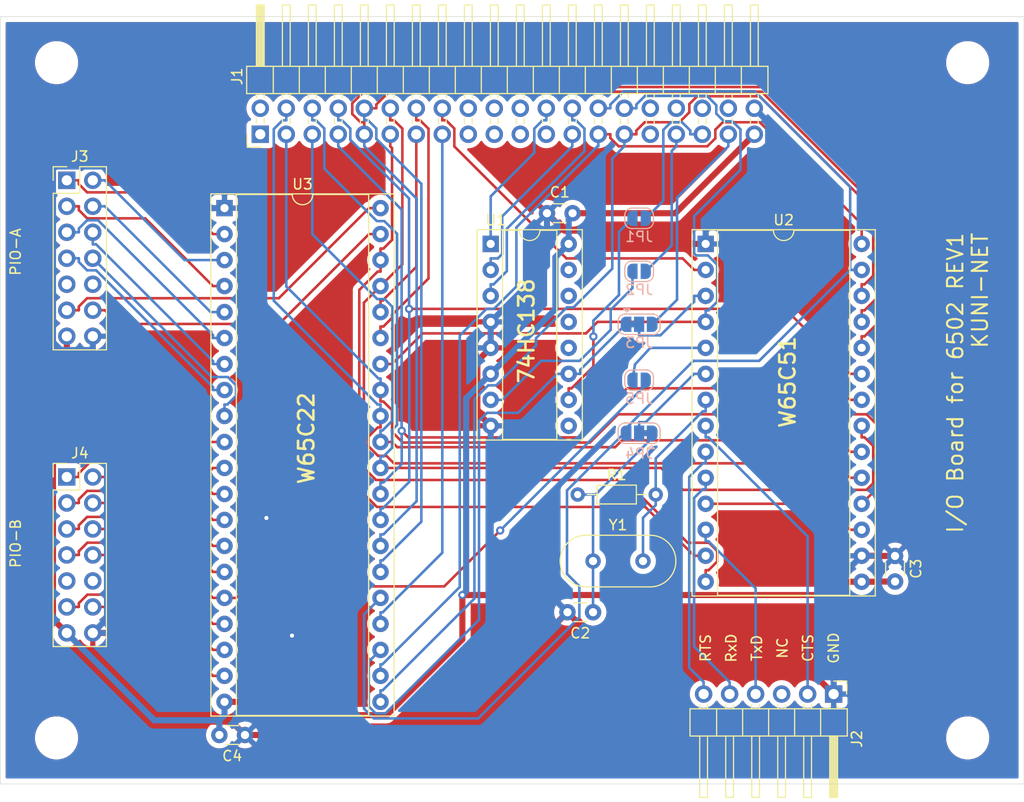
<source format=kicad_pcb>
(kicad_pcb (version 20171130) (host pcbnew "(5.1.4)-1")
  (layers (0 F.Cu signal) (31 B.Cu signal) (34 B.Paste user) (35 F.Paste user) (36 B.SilkS user) (37 F.SilkS user) (38 B.Mask user) (39 F.Mask user) (44 Edge.Cuts user))
  (net 0 "")
  (net 1 VCC)
  (net 2 GND)
  (net 3 "Net-(C2-Pad1)")
  (net 4 /P17)
  (net 5 /8000)
  (net 6 /P15)
  (net 7 /A000)
  (net 8 /P13)
  (net 9 /E000)
  (net 10 /P11)
  (net 11 /NMI)
  (net 12 /~RES)
  (net 13 /~IRQ)
  (net 14 /E)
  (net 15 /R~W)
  (net 16 /A15)
  (net 17 /A14)
  (net 18 /A13)
  (net 19 /A12)
  (net 20 /A11)
  (net 21 /A10)
  (net 22 /A9)
  (net 23 /A8)
  (net 24 /A7)
  (net 25 /A6)
  (net 26 /A5)
  (net 27 /A4)
  (net 28 /A3)
  (net 29 /A2)
  (net 30 /A1)
  (net 31 /A0)
  (net 32 /D7)
  (net 33 /D6)
  (net 34 /D5)
  (net 35 /D4)
  (net 36 /D3)
  (net 37 /D2)
  (net 38 /D1)
  (net 39 /D0)
  (net 40 /~WR)
  (net 41 /~RD)
  (net 42 "Net-(J2-Pad6)")
  (net 43 "Net-(J2-Pad5)")
  (net 44 "Net-(J2-Pad4)")
  (net 45 "Net-(J2-Pad3)")
  (net 46 "Net-(J2-Pad2)")
  (net 47 /CA2)
  (net 48 /CA1)
  (net 49 "Net-(J3-Pad10)")
  (net 50 "Net-(J3-Pad9)")
  (net 51 /PA7)
  (net 52 /PA6)
  (net 53 /PA5)
  (net 54 /PA4)
  (net 55 /PA3)
  (net 56 /PA2)
  (net 57 /PA1)
  (net 58 /PA0)
  (net 59 /CB2)
  (net 60 /CB1)
  (net 61 "Net-(J4-Pad10)")
  (net 62 "Net-(J4-Pad9)")
  (net 63 /PB7)
  (net 64 /PB6)
  (net 65 /PB5)
  (net 66 /PB4)
  (net 67 /PB3)
  (net 68 /PB2)
  (net 69 /PB1)
  (net 70 /PB0)
  (net 71 "Net-(JP1-Pad1)")
  (net 72 "Net-(JP2-Pad1)")
  (net 73 /IODEV_CS)
  (net 74 "Net-(JP3-Pad2)")
  (net 75 "Net-(JP4-Pad2)")
  (net 76 "Net-(JP5-Pad1)")
  (net 77 "Net-(R1-Pad2)")
  (net 78 "Net-(U1-Pad15)")
  (net 79 "Net-(U1-Pad14)")
  (net 80 "Net-(U1-Pad13)")
  (net 81 "Net-(U1-Pad12)")
  (net 82 "Net-(U1-Pad9)")
  (net 83 "Net-(U2-Pad11)")
  (module Package_DIP:DIP-40_W15.24mm_Socket (layer F.Cu) (at 101.905 78.715)
    (fp_text reference U3 (at 7.62 -2.33) (layer F.SilkS))
    (fp_text value W65C22)
    (pad 40 thru_hole oval (at 15.24 0) (size 1.6 1.6) (drill 0.8) (layers *.Cu *.Mask) (net 48 /CA1))
    (pad 20 thru_hole oval (at 0 48.26) (size 1.6 1.6) (drill 0.8) (layers *.Cu *.Mask) (net 1 VCC))
    (pad 39 thru_hole oval (at 15.24 2.54) (size 1.6 1.6) (drill 0.8) (layers *.Cu *.Mask) (net 47 /CA2))
    (pad 19 thru_hole oval (at 0 45.72) (size 1.6 1.6) (drill 0.8) (layers *.Cu *.Mask) (net 59 /CB2))
    (pad 38 thru_hole oval (at 15.24 5.08) (size 1.6 1.6) (drill 0.8) (layers *.Cu *.Mask) (net 31 /A0))
    (pad 18 thru_hole oval (at 0 43.18) (size 1.6 1.6) (drill 0.8) (layers *.Cu *.Mask) (net 60 /CB1))
    (pad 37 thru_hole oval (at 15.24 7.62) (size 1.6 1.6) (drill 0.8) (layers *.Cu *.Mask) (net 30 /A1))
    (pad 17 thru_hole oval (at 0 40.64) (size 1.6 1.6) (drill 0.8) (layers *.Cu *.Mask) (net 63 /PB7))
    (pad 36 thru_hole oval (at 15.24 10.16) (size 1.6 1.6) (drill 0.8) (layers *.Cu *.Mask) (net 29 /A2))
    (pad 16 thru_hole oval (at 0 38.1) (size 1.6 1.6) (drill 0.8) (layers *.Cu *.Mask) (net 64 /PB6))
    (pad 35 thru_hole oval (at 15.24 12.7) (size 1.6 1.6) (drill 0.8) (layers *.Cu *.Mask) (net 28 /A3))
    (pad 15 thru_hole oval (at 0 35.56) (size 1.6 1.6) (drill 0.8) (layers *.Cu *.Mask) (net 65 /PB5))
    (pad 34 thru_hole oval (at 15.24 15.24) (size 1.6 1.6) (drill 0.8) (layers *.Cu *.Mask) (net 12 /~RES))
    (pad 14 thru_hole oval (at 0 33.02) (size 1.6 1.6) (drill 0.8) (layers *.Cu *.Mask) (net 66 /PB4))
    (pad 33 thru_hole oval (at 15.24 17.78) (size 1.6 1.6) (drill 0.8) (layers *.Cu *.Mask) (net 39 /D0))
    (pad 13 thru_hole oval (at 0 30.48) (size 1.6 1.6) (drill 0.8) (layers *.Cu *.Mask) (net 67 /PB3))
    (pad 32 thru_hole oval (at 15.24 20.32) (size 1.6 1.6) (drill 0.8) (layers *.Cu *.Mask) (net 38 /D1))
    (pad 12 thru_hole oval (at 0 27.94) (size 1.6 1.6) (drill 0.8) (layers *.Cu *.Mask) (net 68 /PB2))
    (pad 31 thru_hole oval (at 15.24 22.86) (size 1.6 1.6) (drill 0.8) (layers *.Cu *.Mask) (net 37 /D2))
    (pad 11 thru_hole oval (at 0 25.4) (size 1.6 1.6) (drill 0.8) (layers *.Cu *.Mask) (net 69 /PB1))
    (pad 30 thru_hole oval (at 15.24 25.4) (size 1.6 1.6) (drill 0.8) (layers *.Cu *.Mask) (net 36 /D3))
    (pad 10 thru_hole oval (at 0 22.86) (size 1.6 1.6) (drill 0.8) (layers *.Cu *.Mask) (net 70 /PB0))
    (pad 29 thru_hole oval (at 15.24 27.94) (size 1.6 1.6) (drill 0.8) (layers *.Cu *.Mask) (net 35 /D4))
    (pad 9 thru_hole oval (at 0 20.32) (size 1.6 1.6) (drill 0.8) (layers *.Cu *.Mask) (net 51 /PA7))
    (pad 28 thru_hole oval (at 15.24 30.48) (size 1.6 1.6) (drill 0.8) (layers *.Cu *.Mask) (net 34 /D5))
    (pad 8 thru_hole oval (at 0 17.78) (size 1.6 1.6) (drill 0.8) (layers *.Cu *.Mask) (net 52 /PA6))
    (pad 27 thru_hole oval (at 15.24 33.02) (size 1.6 1.6) (drill 0.8) (layers *.Cu *.Mask) (net 33 /D6))
    (pad 7 thru_hole oval (at 0 15.24) (size 1.6 1.6) (drill 0.8) (layers *.Cu *.Mask) (net 53 /PA5))
    (pad 26 thru_hole oval (at 15.24 35.56) (size 1.6 1.6) (drill 0.8) (layers *.Cu *.Mask) (net 32 /D7))
    (pad 6 thru_hole oval (at 0 12.7) (size 1.6 1.6) (drill 0.8) (layers *.Cu *.Mask) (net 54 /PA4))
    (pad 25 thru_hole oval (at 15.24 38.1) (size 1.6 1.6) (drill 0.8) (layers *.Cu *.Mask) (net 14 /E))
    (pad 5 thru_hole oval (at 0 10.16) (size 1.6 1.6) (drill 0.8) (layers *.Cu *.Mask) (net 55 /PA3))
    (pad 24 thru_hole oval (at 15.24 40.64) (size 1.6 1.6) (drill 0.8) (layers *.Cu *.Mask) (net 27 /A4))
    (pad 4 thru_hole oval (at 0 7.62) (size 1.6 1.6) (drill 0.8) (layers *.Cu *.Mask) (net 56 /PA2))
    (pad 23 thru_hole oval (at 15.24 43.18) (size 1.6 1.6) (drill 0.8) (layers *.Cu *.Mask) (net 73 /IODEV_CS))
    (pad 3 thru_hole oval (at 0 5.08) (size 1.6 1.6) (drill 0.8) (layers *.Cu *.Mask) (net 57 /PA1))
    (pad 22 thru_hole oval (at 15.24 45.72) (size 1.6 1.6) (drill 0.8) (layers *.Cu *.Mask) (net 15 /R~W))
    (pad 2 thru_hole oval (at 0 2.54) (size 1.6 1.6) (drill 0.8) (layers *.Cu *.Mask) (net 58 /PA0))
    (pad 21 thru_hole oval (at 15.24 48.26) (size 1.6 1.6) (drill 0.8) (layers *.Cu *.Mask) (net 13 /~IRQ))
    (pad 1 thru_hole rect (at 0 0) (size 1.6 1.6) (drill 0.8) (layers *.Cu *.Mask) (net 2 GND))
  )
  (module MountingHole:MountingHole_3.2mm_M3 (layer F.Cu) (at 174.5 130.5)
    (fp_text reference H4 hide)
    (fp_text value MountingHole)
    (pad 1 np_thru_hole circle (at 0 0) (size 3.2 3.2) (drill 3.2) (layers *.Cu *.Mask))
  )
  (module MountingHole:MountingHole_3.2mm_M3 (layer F.Cu) (at 85.5 130.5)
    (fp_text reference H3 hide)
    (fp_text value MountingHole)
    (pad 1 np_thru_hole circle (at 0 0) (size 3.2 3.2) (drill 3.2) (layers *.Cu *.Mask))
  )
  (module MountingHole:MountingHole_3.2mm_M3 (layer F.Cu) (at 174.5 64.5)
    (fp_text reference H2 hide)
    (fp_text value MountingHole)
    (pad 1 np_thru_hole circle (at 0 0) (size 3.2 3.2) (drill 3.2) (layers *.Cu *.Mask))
  )
  (module MountingHole:MountingHole_3.2mm_M3 (layer F.Cu) (at 85.5 64.5)
    (fp_text reference H1 hide)
    (fp_text value MountingHole)
    (pad 1 np_thru_hole circle (at 0 0) (size 3.2 3.2) (drill 3.2) (layers *.Cu *.Mask))
  )
  (module Crystal:Crystal_HC49-U_Vertical (layer F.Cu) (at 137.905 113.215)
    (fp_text reference Y1 (at 2.44 -3.525) (layer F.SilkS))
    (fp_text value 1.8432MHz)
    (pad 2 thru_hole circle (at 4.88 0) (size 1.5 1.5) (drill 0.8) (layers *.Cu *.Mask) (net 77 "Net-(R1-Pad2)"))
    (pad 1 thru_hole circle (at 0 0) (size 1.5 1.5) (drill 0.8) (layers *.Cu *.Mask) (net 3 "Net-(C2-Pad1)"))
  )
  (module Package_DIP:DIP-28_W15.24mm_Socket (layer F.Cu) (at 148.905 82.215)
    (fp_text reference U2 (at 7.62 -2.33) (layer F.SilkS))
    (fp_text value W65C51)
    (pad 28 thru_hole oval (at 15.24 0) (size 1.6 1.6) (drill 0.8) (layers *.Cu *.Mask) (net 15 /R~W))
    (pad 14 thru_hole oval (at 0 33.02) (size 1.6 1.6) (drill 0.8) (layers *.Cu *.Mask) (net 30 /A1))
    (pad 27 thru_hole oval (at 15.24 2.54) (size 1.6 1.6) (drill 0.8) (layers *.Cu *.Mask) (net 14 /E))
    (pad 13 thru_hole oval (at 0 30.48) (size 1.6 1.6) (drill 0.8) (layers *.Cu *.Mask) (net 31 /A0))
    (pad 26 thru_hole oval (at 15.24 5.08) (size 1.6 1.6) (drill 0.8) (layers *.Cu *.Mask) (net 13 /~IRQ))
    (pad 12 thru_hole oval (at 0 27.94) (size 1.6 1.6) (drill 0.8) (layers *.Cu *.Mask) (net 44 "Net-(J2-Pad4)"))
    (pad 25 thru_hole oval (at 15.24 7.62) (size 1.6 1.6) (drill 0.8) (layers *.Cu *.Mask) (net 32 /D7))
    (pad 11 thru_hole oval (at 0 25.4) (size 1.6 1.6) (drill 0.8) (layers *.Cu *.Mask) (net 83 "Net-(U2-Pad11)"))
    (pad 24 thru_hole oval (at 15.24 10.16) (size 1.6 1.6) (drill 0.8) (layers *.Cu *.Mask) (net 33 /D6))
    (pad 10 thru_hole oval (at 0 22.86) (size 1.6 1.6) (drill 0.8) (layers *.Cu *.Mask) (net 43 "Net-(J2-Pad5)"))
    (pad 23 thru_hole oval (at 15.24 12.7) (size 1.6 1.6) (drill 0.8) (layers *.Cu *.Mask) (net 34 /D5))
    (pad 9 thru_hole oval (at 0 20.32) (size 1.6 1.6) (drill 0.8) (layers *.Cu *.Mask) (net 42 "Net-(J2-Pad6)"))
    (pad 22 thru_hole oval (at 15.24 15.24) (size 1.6 1.6) (drill 0.8) (layers *.Cu *.Mask) (net 35 /D4))
    (pad 8 thru_hole oval (at 0 17.78) (size 1.6 1.6) (drill 0.8) (layers *.Cu *.Mask) (net 46 "Net-(J2-Pad2)"))
    (pad 21 thru_hole oval (at 15.24 17.78) (size 1.6 1.6) (drill 0.8) (layers *.Cu *.Mask) (net 36 /D3))
    (pad 7 thru_hole oval (at 0 15.24) (size 1.6 1.6) (drill 0.8) (layers *.Cu *.Mask) (net 77 "Net-(R1-Pad2)"))
    (pad 20 thru_hole oval (at 15.24 20.32) (size 1.6 1.6) (drill 0.8) (layers *.Cu *.Mask) (net 37 /D2))
    (pad 6 thru_hole oval (at 0 12.7) (size 1.6 1.6) (drill 0.8) (layers *.Cu *.Mask) (net 75 "Net-(JP4-Pad2)"))
    (pad 19 thru_hole oval (at 15.24 22.86) (size 1.6 1.6) (drill 0.8) (layers *.Cu *.Mask) (net 38 /D1))
    (pad 5 thru_hole oval (at 0 10.16) (size 1.6 1.6) (drill 0.8) (layers *.Cu *.Mask) (net 76 "Net-(JP5-Pad1)"))
    (pad 18 thru_hole oval (at 15.24 25.4) (size 1.6 1.6) (drill 0.8) (layers *.Cu *.Mask) (net 39 /D0))
    (pad 4 thru_hole oval (at 0 7.62) (size 1.6 1.6) (drill 0.8) (layers *.Cu *.Mask) (net 12 /~RES))
    (pad 17 thru_hole oval (at 15.24 27.94) (size 1.6 1.6) (drill 0.8) (layers *.Cu *.Mask) (net 83 "Net-(U2-Pad11)"))
    (pad 3 thru_hole oval (at 0 5.08) (size 1.6 1.6) (drill 0.8) (layers *.Cu *.Mask) (net 74 "Net-(JP3-Pad2)"))
    (pad 16 thru_hole oval (at 15.24 30.48) (size 1.6 1.6) (drill 0.8) (layers *.Cu *.Mask) (net 2 GND))
    (pad 2 thru_hole oval (at 0 2.54) (size 1.6 1.6) (drill 0.8) (layers *.Cu *.Mask) (net 26 /A5))
    (pad 15 thru_hole oval (at 15.24 33.02) (size 1.6 1.6) (drill 0.8) (layers *.Cu *.Mask) (net 1 VCC))
    (pad 1 thru_hole rect (at 0 0) (size 1.6 1.6) (drill 0.8) (layers *.Cu *.Mask) (net 2 GND))
  )
  (module Package_DIP:DIP-16_W7.62mm_Socket (layer F.Cu) (at 127.905 82.215)
    (fp_text reference U1 (at 0.5 -2.33) (layer F.SilkS))
    (fp_text value 74LS138)
    (pad 16 thru_hole oval (at 7.62 0) (size 1.6 1.6) (drill 0.8) (layers *.Cu *.Mask) (net 1 VCC))
    (pad 8 thru_hole oval (at 0 17.78) (size 1.6 1.6) (drill 0.8) (layers *.Cu *.Mask) (net 2 GND))
    (pad 15 thru_hole oval (at 7.62 2.54) (size 1.6 1.6) (drill 0.8) (layers *.Cu *.Mask) (net 78 "Net-(U1-Pad15)"))
    (pad 7 thru_hole oval (at 0 15.24) (size 1.6 1.6) (drill 0.8) (layers *.Cu *.Mask) (net 72 "Net-(JP2-Pad1)"))
    (pad 14 thru_hole oval (at 7.62 5.08) (size 1.6 1.6) (drill 0.8) (layers *.Cu *.Mask) (net 79 "Net-(U1-Pad14)"))
    (pad 6 thru_hole oval (at 0 12.7) (size 1.6 1.6) (drill 0.8) (layers *.Cu *.Mask) (net 1 VCC))
    (pad 13 thru_hole oval (at 7.62 7.62) (size 1.6 1.6) (drill 0.8) (layers *.Cu *.Mask) (net 80 "Net-(U1-Pad13)"))
    (pad 5 thru_hole oval (at 0 10.16) (size 1.6 1.6) (drill 0.8) (layers *.Cu *.Mask) (net 2 GND))
    (pad 12 thru_hole oval (at 7.62 10.16) (size 1.6 1.6) (drill 0.8) (layers *.Cu *.Mask) (net 81 "Net-(U1-Pad12)"))
    (pad 4 thru_hole oval (at 0 7.62) (size 1.6 1.6) (drill 0.8) (layers *.Cu *.Mask) (net 2 GND))
    (pad 11 thru_hole oval (at 7.62 12.7) (size 1.6 1.6) (drill 0.8) (layers *.Cu *.Mask) (net 73 /IODEV_CS))
    (pad 3 thru_hole oval (at 0 5.08) (size 1.6 1.6) (drill 0.8) (layers *.Cu *.Mask) (net 16 /A15))
    (pad 10 thru_hole oval (at 7.62 15.24) (size 1.6 1.6) (drill 0.8) (layers *.Cu *.Mask) (net 71 "Net-(JP1-Pad1)"))
    (pad 2 thru_hole oval (at 0 2.54) (size 1.6 1.6) (drill 0.8) (layers *.Cu *.Mask) (net 17 /A14))
    (pad 9 thru_hole oval (at 7.62 17.78) (size 1.6 1.6) (drill 0.8) (layers *.Cu *.Mask) (net 82 "Net-(U1-Pad9)"))
    (pad 1 thru_hole rect (at 0 0) (size 1.6 1.6) (drill 0.8) (layers *.Cu *.Mask) (net 18 /A13))
  )
  (module Resistor_THT:R_Axial_DIN0204_L3.6mm_D1.6mm_P7.62mm_Horizontal (layer F.Cu) (at 136.405 106.715)
    (fp_text reference R1 (at 3.81 -1.92) (layer F.SilkS))
    (fp_text value 1M)
    (pad 2 thru_hole oval (at 7.62 0) (size 1.4 1.4) (drill 0.7) (layers *.Cu *.Mask) (net 77 "Net-(R1-Pad2)"))
    (pad 1 thru_hole circle (at 0 0) (size 1.4 1.4) (drill 0.7) (layers *.Cu *.Mask) (net 3 "Net-(C2-Pad1)"))
  )
  (module Jumper:SolderJumper-2_P1.3mm_Open_RoundedPad1.0x1.5mm (layer B.Cu) (at 142.405 95.5362)
    (fp_text reference JP5 (at 0 1.8) (layer B.SilkS) (effects (justify mirror)))
    (fp_text value "EXT CLK JP")
    (pad 2 smd custom (at 0.65 0) (size 1 0.5) (layers B.Cu B.Mask) (net 64 /PB6) (options (clearance outline) (anchor rect)) (primitives (gr_circle (center 0 -0.25) (end 0.5 -0.25) (width 0)) (gr_circle (center 0 0.25) (end 0.5 0.25) (width 0)) (gr_poly (pts (xy 0 0.75) (xy -0.5 0.75) (xy -0.5 -0.75) (xy 0 -0.75)) (width 0))))
    (pad 1 smd custom (at -0.65 0) (size 1 0.5) (layers B.Cu B.Mask) (net 76 "Net-(JP5-Pad1)") (options (clearance outline) (anchor rect)) (primitives (gr_circle (center 0 -0.25) (end 0.5 -0.25) (width 0)) (gr_circle (center 0 0.25) (end 0.5 0.25) (width 0)) (gr_poly (pts (xy 0 0.75) (xy 0.5 0.75) (xy 0.5 -0.75) (xy 0 -0.75)) (width 0))))
  )
  (module Jumper:SolderJumper-3_P1.3mm_Bridged12_RoundedPad1.0x1.5mm (layer B.Cu) (at 142.405 100.715 180)
    (fp_text reference JP4 (at 0 -2) (layer B.SilkS) (effects (justify mirror)))
    (fp_text value "CLK JP")
    (fp_poly (pts (xy -0.9 0.3) (xy -0.4 0.3) (xy -0.4 -0.3) (xy -0.9 -0.3)) (layer B.Cu) (width 0))
    (pad 1 smd custom (at -1.3 0 180) (size 1 0.5) (layers B.Cu B.Mask) (net 3 "Net-(C2-Pad1)") (options (clearance outline) (anchor rect)) (primitives (gr_circle (center 0 -0.25) (end 0.5 -0.25) (width 0)) (gr_circle (center 0 0.25) (end 0.5 0.25) (width 0)) (gr_poly (pts (xy 0.55 0.75) (xy 0 0.75) (xy 0 -0.75) (xy 0.55 -0.75)) (width 0))))
    (pad 2 smd rect (at 0 0 180) (size 1 1.5) (layers B.Cu B.Mask) (net 75 "Net-(JP4-Pad2)"))
    (pad 3 smd custom (at 1.3 0 180) (size 1 0.5) (layers B.Cu B.Mask) (net 14 /E) (options (clearance outline) (anchor rect)) (primitives (gr_circle (center 0 -0.25) (end 0.5 -0.25) (width 0)) (gr_circle (center 0 0.25) (end 0.5 0.25) (width 0)) (gr_poly (pts (xy -0.55 0.75) (xy 0 0.75) (xy 0 -0.75) (xy -0.55 -0.75)) (width 0))))
  )
  (module Jumper:SolderJumper-3_P1.3mm_Bridged12_RoundedPad1.0x1.5mm (layer B.Cu) (at 142.405 90.0725)
    (fp_text reference JP3 (at 0 1.8) (layer B.SilkS) (effects (justify mirror)))
    (fp_text value "$8000 JP")
    (fp_poly (pts (xy -0.9 0.3) (xy -0.4 0.3) (xy -0.4 -0.3) (xy -0.9 -0.3)) (layer B.Cu) (width 0))
    (pad 1 smd custom (at -1.3 0) (size 1 0.5) (layers B.Cu B.Mask) (net 73 /IODEV_CS) (options (clearance outline) (anchor rect)) (primitives (gr_circle (center 0 -0.25) (end 0.5 -0.25) (width 0)) (gr_circle (center 0 0.25) (end 0.5 0.25) (width 0)) (gr_poly (pts (xy 0.55 0.75) (xy 0 0.75) (xy 0 -0.75) (xy 0.55 -0.75)) (width 0))))
    (pad 2 smd rect (at 0 0) (size 1 1.5) (layers B.Cu B.Mask) (net 74 "Net-(JP3-Pad2)"))
    (pad 3 smd custom (at 1.3 0) (size 1 0.5) (layers B.Cu B.Mask) (net 5 /8000) (options (clearance outline) (anchor rect)) (primitives (gr_circle (center 0 -0.25) (end 0.5 -0.25) (width 0)) (gr_circle (center 0 0.25) (end 0.5 0.25) (width 0)) (gr_poly (pts (xy -0.55 0.75) (xy 0 0.75) (xy 0 -0.75) (xy -0.55 -0.75)) (width 0))))
  )
  (module Jumper:SolderJumper-2_P1.3mm_Open_RoundedPad1.0x1.5mm (layer B.Cu) (at 142.405 84.8938)
    (fp_text reference JP2 (at 0 1.8) (layer B.SilkS) (effects (justify mirror)))
    (fp_text value "$E000 JP")
    (pad 2 smd custom (at 0.65 0) (size 1 0.5) (layers B.Cu B.Mask) (net 9 /E000) (options (clearance outline) (anchor rect)) (primitives (gr_circle (center 0 -0.25) (end 0.5 -0.25) (width 0)) (gr_circle (center 0 0.25) (end 0.5 0.25) (width 0)) (gr_poly (pts (xy 0 0.75) (xy -0.5 0.75) (xy -0.5 -0.75) (xy 0 -0.75)) (width 0))))
    (pad 1 smd custom (at -0.65 0) (size 1 0.5) (layers B.Cu B.Mask) (net 72 "Net-(JP2-Pad1)") (options (clearance outline) (anchor rect)) (primitives (gr_circle (center 0 -0.25) (end 0.5 -0.25) (width 0)) (gr_circle (center 0 0.25) (end 0.5 0.25) (width 0)) (gr_poly (pts (xy 0 0.75) (xy 0.5 0.75) (xy 0.5 -0.75) (xy 0 -0.75)) (width 0))))
  )
  (module Jumper:SolderJumper-2_P1.3mm_Open_RoundedPad1.0x1.5mm (layer B.Cu) (at 142.405 79.715)
    (fp_text reference JP1 (at 0 1.8) (layer B.SilkS) (effects (justify mirror)))
    (fp_text value "$A000 JP")
    (pad 2 smd custom (at 0.65 0) (size 1 0.5) (layers B.Cu B.Mask) (net 7 /A000) (options (clearance outline) (anchor rect)) (primitives (gr_circle (center 0 -0.25) (end 0.5 -0.25) (width 0)) (gr_circle (center 0 0.25) (end 0.5 0.25) (width 0)) (gr_poly (pts (xy 0 0.75) (xy -0.5 0.75) (xy -0.5 -0.75) (xy 0 -0.75)) (width 0))))
    (pad 1 smd custom (at -0.65 0) (size 1 0.5) (layers B.Cu B.Mask) (net 71 "Net-(JP1-Pad1)") (options (clearance outline) (anchor rect)) (primitives (gr_circle (center 0 -0.25) (end 0.5 -0.25) (width 0)) (gr_circle (center 0 0.25) (end 0.5 0.25) (width 0)) (gr_poly (pts (xy 0 0.75) (xy 0.5 0.75) (xy 0.5 -0.75) (xy 0 -0.75)) (width 0))))
  )
  (module Connector_PinHeader_2.54mm:PinHeader_2x07_P2.54mm_Vertical (layer F.Cu) (at 86.5 105)
    (fp_text reference J4 (at 1.27 -2.33) (layer F.SilkS))
    (fp_text value PIO-B)
    (pad 14 thru_hole oval (at 2.54 15.24) (size 1.7 1.7) (drill 1) (layers *.Cu *.Mask) (net 2 GND))
    (pad 13 thru_hole oval (at 0 15.24) (size 1.7 1.7) (drill 1) (layers *.Cu *.Mask) (net 1 VCC))
    (pad 12 thru_hole oval (at 2.54 12.7) (size 1.7 1.7) (drill 1) (layers *.Cu *.Mask) (net 59 /CB2))
    (pad 11 thru_hole oval (at 0 12.7) (size 1.7 1.7) (drill 1) (layers *.Cu *.Mask) (net 60 /CB1))
    (pad 10 thru_hole oval (at 2.54 10.16) (size 1.7 1.7) (drill 1) (layers *.Cu *.Mask) (net 61 "Net-(J4-Pad10)"))
    (pad 9 thru_hole oval (at 0 10.16) (size 1.7 1.7) (drill 1) (layers *.Cu *.Mask) (net 62 "Net-(J4-Pad9)"))
    (pad 8 thru_hole oval (at 2.54 7.62) (size 1.7 1.7) (drill 1) (layers *.Cu *.Mask) (net 63 /PB7))
    (pad 7 thru_hole oval (at 0 7.62) (size 1.7 1.7) (drill 1) (layers *.Cu *.Mask) (net 64 /PB6))
    (pad 6 thru_hole oval (at 2.54 5.08) (size 1.7 1.7) (drill 1) (layers *.Cu *.Mask) (net 65 /PB5))
    (pad 5 thru_hole oval (at 0 5.08) (size 1.7 1.7) (drill 1) (layers *.Cu *.Mask) (net 66 /PB4))
    (pad 4 thru_hole oval (at 2.54 2.54) (size 1.7 1.7) (drill 1) (layers *.Cu *.Mask) (net 67 /PB3))
    (pad 3 thru_hole oval (at 0 2.54) (size 1.7 1.7) (drill 1) (layers *.Cu *.Mask) (net 68 /PB2))
    (pad 2 thru_hole oval (at 2.54 0) (size 1.7 1.7) (drill 1) (layers *.Cu *.Mask) (net 69 /PB1))
    (pad 1 thru_hole rect (at 0 0) (size 1.7 1.7) (drill 1) (layers *.Cu *.Mask) (net 70 /PB0))
  )
  (module Connector_PinHeader_2.54mm:PinHeader_2x07_P2.54mm_Vertical (layer F.Cu) (at 86.5 76)
    (fp_text reference J3 (at 1.27 -2.33) (layer F.SilkS))
    (fp_text value PIO-A)
    (pad 14 thru_hole oval (at 2.54 15.24) (size 1.7 1.7) (drill 1) (layers *.Cu *.Mask) (net 2 GND))
    (pad 13 thru_hole oval (at 0 15.24) (size 1.7 1.7) (drill 1) (layers *.Cu *.Mask) (net 1 VCC))
    (pad 12 thru_hole oval (at 2.54 12.7) (size 1.7 1.7) (drill 1) (layers *.Cu *.Mask) (net 47 /CA2))
    (pad 11 thru_hole oval (at 0 12.7) (size 1.7 1.7) (drill 1) (layers *.Cu *.Mask) (net 48 /CA1))
    (pad 10 thru_hole oval (at 2.54 10.16) (size 1.7 1.7) (drill 1) (layers *.Cu *.Mask) (net 49 "Net-(J3-Pad10)"))
    (pad 9 thru_hole oval (at 0 10.16) (size 1.7 1.7) (drill 1) (layers *.Cu *.Mask) (net 50 "Net-(J3-Pad9)"))
    (pad 8 thru_hole oval (at 2.54 7.62) (size 1.7 1.7) (drill 1) (layers *.Cu *.Mask) (net 51 /PA7))
    (pad 7 thru_hole oval (at 0 7.62) (size 1.7 1.7) (drill 1) (layers *.Cu *.Mask) (net 52 /PA6))
    (pad 6 thru_hole oval (at 2.54 5.08) (size 1.7 1.7) (drill 1) (layers *.Cu *.Mask) (net 53 /PA5))
    (pad 5 thru_hole oval (at 0 5.08) (size 1.7 1.7) (drill 1) (layers *.Cu *.Mask) (net 54 /PA4))
    (pad 4 thru_hole oval (at 2.54 2.54) (size 1.7 1.7) (drill 1) (layers *.Cu *.Mask) (net 55 /PA3))
    (pad 3 thru_hole oval (at 0 2.54) (size 1.7 1.7) (drill 1) (layers *.Cu *.Mask) (net 56 /PA2))
    (pad 2 thru_hole oval (at 2.54 0) (size 1.7 1.7) (drill 1) (layers *.Cu *.Mask) (net 57 /PA1))
    (pad 1 thru_hole rect (at 0 0) (size 1.7 1.7) (drill 1) (layers *.Cu *.Mask) (net 58 /PA0))
  )
  (module Connector_PinHeader_2.54mm:PinHeader_1x06_P2.54mm_Horizontal (layer F.Cu) (at 161.405 126.215 270)
    (fp_text reference J2 (at 4.385 -2.27 90) (layer F.SilkS))
    (fp_text value "232C CON")
    (pad 6 thru_hole oval (at 0 12.7 270) (size 1.7 1.7) (drill 1) (layers *.Cu *.Mask) (net 42 "Net-(J2-Pad6)"))
    (pad 5 thru_hole oval (at 0 10.16 270) (size 1.7 1.7) (drill 1) (layers *.Cu *.Mask) (net 43 "Net-(J2-Pad5)"))
    (pad 4 thru_hole oval (at 0 7.62 270) (size 1.7 1.7) (drill 1) (layers *.Cu *.Mask) (net 44 "Net-(J2-Pad4)"))
    (pad 3 thru_hole oval (at 0 5.08 270) (size 1.7 1.7) (drill 1) (layers *.Cu *.Mask) (net 45 "Net-(J2-Pad3)"))
    (pad 2 thru_hole oval (at 0 2.54 270) (size 1.7 1.7) (drill 1) (layers *.Cu *.Mask) (net 46 "Net-(J2-Pad2)"))
    (pad 1 thru_hole rect (at 0 0 270) (size 1.7 1.7) (drill 1) (layers *.Cu *.Mask) (net 2 GND))
  )
  (module Connector_PinHeader_2.54mm:PinHeader_2x20_P2.54mm_Horizontal (layer F.Cu) (at 105.4 71.5 90)
    (fp_text reference J1 (at 5.655 -2.27 90) (layer F.SilkS))
    (fp_text value "SBC6303 BUS")
    (pad 40 thru_hole oval (at 2.54 48.26 90) (size 1.7 1.7) (drill 1) (layers *.Cu *.Mask) (net 2 GND))
    (pad 39 thru_hole oval (at 0 48.26 90) (size 1.7 1.7) (drill 1) (layers *.Cu *.Mask) (net 1 VCC))
    (pad 38 thru_hole oval (at 2.54 45.72 90) (size 1.7 1.7) (drill 1) (layers *.Cu *.Mask) (net 4 /P17))
    (pad 37 thru_hole oval (at 0 45.72 90) (size 1.7 1.7) (drill 1) (layers *.Cu *.Mask) (net 5 /8000))
    (pad 36 thru_hole oval (at 2.54 43.18 90) (size 1.7 1.7) (drill 1) (layers *.Cu *.Mask) (net 6 /P15))
    (pad 35 thru_hole oval (at 0 43.18 90) (size 1.7 1.7) (drill 1) (layers *.Cu *.Mask) (net 7 /A000))
    (pad 34 thru_hole oval (at 2.54 40.64 90) (size 1.7 1.7) (drill 1) (layers *.Cu *.Mask) (net 8 /P13))
    (pad 33 thru_hole oval (at 0 40.64 90) (size 1.7 1.7) (drill 1) (layers *.Cu *.Mask) (net 9 /E000))
    (pad 32 thru_hole oval (at 2.54 38.1 90) (size 1.7 1.7) (drill 1) (layers *.Cu *.Mask) (net 10 /P11))
    (pad 31 thru_hole oval (at 0 38.1 90) (size 1.7 1.7) (drill 1) (layers *.Cu *.Mask) (net 11 /NMI))
    (pad 30 thru_hole oval (at 2.54 35.56 90) (size 1.7 1.7) (drill 1) (layers *.Cu *.Mask) (net 12 /~RES))
    (pad 29 thru_hole oval (at 0 35.56 90) (size 1.7 1.7) (drill 1) (layers *.Cu *.Mask) (net 13 /~IRQ))
    (pad 28 thru_hole oval (at 2.54 33.02 90) (size 1.7 1.7) (drill 1) (layers *.Cu *.Mask) (net 14 /E))
    (pad 27 thru_hole oval (at 0 33.02 90) (size 1.7 1.7) (drill 1) (layers *.Cu *.Mask) (net 15 /R~W))
    (pad 26 thru_hole oval (at 2.54 30.48 90) (size 1.7 1.7) (drill 1) (layers *.Cu *.Mask) (net 16 /A15))
    (pad 25 thru_hole oval (at 0 30.48 90) (size 1.7 1.7) (drill 1) (layers *.Cu *.Mask) (net 17 /A14))
    (pad 24 thru_hole oval (at 2.54 27.94 90) (size 1.7 1.7) (drill 1) (layers *.Cu *.Mask) (net 18 /A13))
    (pad 23 thru_hole oval (at 0 27.94 90) (size 1.7 1.7) (drill 1) (layers *.Cu *.Mask) (net 19 /A12))
    (pad 22 thru_hole oval (at 2.54 25.4 90) (size 1.7 1.7) (drill 1) (layers *.Cu *.Mask) (net 20 /A11))
    (pad 21 thru_hole oval (at 0 25.4 90) (size 1.7 1.7) (drill 1) (layers *.Cu *.Mask) (net 21 /A10))
    (pad 20 thru_hole oval (at 2.54 22.86 90) (size 1.7 1.7) (drill 1) (layers *.Cu *.Mask) (net 22 /A9))
    (pad 19 thru_hole oval (at 0 22.86 90) (size 1.7 1.7) (drill 1) (layers *.Cu *.Mask) (net 23 /A8))
    (pad 18 thru_hole oval (at 2.54 20.32 90) (size 1.7 1.7) (drill 1) (layers *.Cu *.Mask) (net 24 /A7))
    (pad 17 thru_hole oval (at 0 20.32 90) (size 1.7 1.7) (drill 1) (layers *.Cu *.Mask) (net 25 /A6))
    (pad 16 thru_hole oval (at 2.54 17.78 90) (size 1.7 1.7) (drill 1) (layers *.Cu *.Mask) (net 26 /A5))
    (pad 15 thru_hole oval (at 0 17.78 90) (size 1.7 1.7) (drill 1) (layers *.Cu *.Mask) (net 27 /A4))
    (pad 14 thru_hole oval (at 2.54 15.24 90) (size 1.7 1.7) (drill 1) (layers *.Cu *.Mask) (net 28 /A3))
    (pad 13 thru_hole oval (at 0 15.24 90) (size 1.7 1.7) (drill 1) (layers *.Cu *.Mask) (net 29 /A2))
    (pad 12 thru_hole oval (at 2.54 12.7 90) (size 1.7 1.7) (drill 1) (layers *.Cu *.Mask) (net 30 /A1))
    (pad 11 thru_hole oval (at 0 12.7 90) (size 1.7 1.7) (drill 1) (layers *.Cu *.Mask) (net 31 /A0))
    (pad 10 thru_hole oval (at 2.54 10.16 90) (size 1.7 1.7) (drill 1) (layers *.Cu *.Mask) (net 32 /D7))
    (pad 9 thru_hole oval (at 0 10.16 90) (size 1.7 1.7) (drill 1) (layers *.Cu *.Mask) (net 33 /D6))
    (pad 8 thru_hole oval (at 2.54 7.62 90) (size 1.7 1.7) (drill 1) (layers *.Cu *.Mask) (net 34 /D5))
    (pad 7 thru_hole oval (at 0 7.62 90) (size 1.7 1.7) (drill 1) (layers *.Cu *.Mask) (net 35 /D4))
    (pad 6 thru_hole oval (at 2.54 5.08 90) (size 1.7 1.7) (drill 1) (layers *.Cu *.Mask) (net 36 /D3))
    (pad 5 thru_hole oval (at 0 5.08 90) (size 1.7 1.7) (drill 1) (layers *.Cu *.Mask) (net 37 /D2))
    (pad 4 thru_hole oval (at 2.54 2.54 90) (size 1.7 1.7) (drill 1) (layers *.Cu *.Mask) (net 38 /D1))
    (pad 3 thru_hole oval (at 0 2.54 90) (size 1.7 1.7) (drill 1) (layers *.Cu *.Mask) (net 39 /D0))
    (pad 2 thru_hole oval (at 2.54 0 90) (size 1.7 1.7) (drill 1) (layers *.Cu *.Mask) (net 40 /~WR))
    (pad 1 thru_hole rect (at 0 0 90) (size 1.7 1.7) (drill 1) (layers *.Cu *.Mask) (net 41 /~RD))
  )
  (module Capacitor_THT:C_Disc_D3.0mm_W1.6mm_P2.50mm (layer F.Cu) (at 103.905 130.215 180)
    (fp_text reference C4 (at 1.25 -2.05) (layer F.SilkS))
    (fp_text value 0.1u)
    (pad 2 thru_hole circle (at 2.5 0 180) (size 1.6 1.6) (drill 0.8) (layers *.Cu *.Mask) (net 1 VCC))
    (pad 1 thru_hole circle (at 0 0 180) (size 1.6 1.6) (drill 0.8) (layers *.Cu *.Mask) (net 2 GND))
  )
  (module Capacitor_THT:C_Disc_D3.0mm_W1.6mm_P2.50mm (layer F.Cu) (at 167.405 112.715 270)
    (fp_text reference C3 (at 1.25 -2.05 90) (layer F.SilkS))
    (fp_text value 0.1u)
    (pad 2 thru_hole circle (at 2.5 0 270) (size 1.6 1.6) (drill 0.8) (layers *.Cu *.Mask) (net 1 VCC))
    (pad 1 thru_hole circle (at 0 0 270) (size 1.6 1.6) (drill 0.8) (layers *.Cu *.Mask) (net 2 GND))
  )
  (module Capacitor_THT:C_Disc_D3.0mm_W1.6mm_P2.50mm (layer F.Cu) (at 137.905 118.215 180)
    (fp_text reference C2 (at 1.25 -2.05) (layer F.SilkS))
    (fp_text value 22p)
    (pad 2 thru_hole circle (at 2.5 0 180) (size 1.6 1.6) (drill 0.8) (layers *.Cu *.Mask) (net 2 GND))
    (pad 1 thru_hole circle (at 0 0 180) (size 1.6 1.6) (drill 0.8) (layers *.Cu *.Mask) (net 3 "Net-(C2-Pad1)"))
  )
  (module Capacitor_THT:C_Disc_D3.0mm_W1.6mm_P2.50mm (layer F.Cu) (at 133.405 79.215)
    (fp_text reference C1 (at 1.25 -2.05) (layer F.SilkS))
    (fp_text value 0.1u)
    (pad 2 thru_hole circle (at 2.5 0) (size 1.6 1.6) (drill 0.8) (layers *.Cu *.Mask) (net 1 VCC))
    (pad 1 thru_hole circle (at 0 0) (size 1.6 1.6) (drill 0.8) (layers *.Cu *.Mask) (net 2 GND))
  )
  (gr_text "I/O Board for 6502 REV1\nKUNI-NET" (at 174.5 81 90) (layer F.SilkS) (effects (font (size 1.5 1.5) (thickness 0.2)) (justify right)))
  (gr_text RTS (at 148.905 121.715 90) (layer F.SilkS) (effects (font (size 1 1))))
  (gr_text RxD (at 151.405 121.715 90) (layer F.SilkS) (effects (font (size 1 1))))
  (gr_text TxD (at 153.905 121.715 90) (layer F.SilkS) (effects (font (size 1 1))))
  (gr_text NC (at 156.405 121.715 90) (layer F.SilkS) (effects (font (size 1 1))))
  (gr_text CTS (at 158.905 121.715 90) (layer F.SilkS) (effects (font (size 1 1))))
  (gr_text GND (at 161.405 121.715 90) (layer F.SilkS) (effects (font (size 1 1))))
  (gr_text W65C51 (at 156.905 95.715 90) (layer F.SilkS) (effects (font (size 1.5 1.5) (thickness 0.25))))
  (gr_text 74HC138 (at 131.405 90.715 90) (layer F.SilkS) (effects (font (size 1.5 1.5) (thickness 0.25))))
  (gr_text W65C22 (at 109.905 101.215 90) (layer F.SilkS) (effects (font (size 1.5 1.5) (thickness 0.25))))
  (gr_text PIO-B (at 81.5 111.5 90) (layer F.SilkS) (effects (font (size 1 1))))
  (gr_text PIO-A (at 81.5 83 90) (layer F.SilkS) (effects (font (size 1 1))))
  (gr_line (start 80 135) (end 80 60) (layer Edge.Cuts) (width 0.05))
  (gr_line (start 180 135) (end 80 135) (layer Edge.Cuts) (width 0.05))
  (gr_line (start 180 60) (end 180 135) (layer Edge.Cuts) (width 0.05))
  (gr_line (start 80 60) (end 180 60) (layer Edge.Cuts) (width 0.05))
  (segment (start 135.525 82.215) (end 134.2246 83.5154) (width 0.6) (layer B.Cu) (net 1))
  (segment (start 134.2246 83.5154) (end 134.2246 88.5954) (width 0.6) (layer B.Cu) (net 1))
  (segment (start 134.2246 88.5954) (end 127.905 94.915) (width 0.6) (layer B.Cu) (net 1))
  (segment (start 135.905 79.215) (end 135.525 79.595) (width 0.6) (layer B.Cu) (net 1))
  (segment (start 135.525 79.595) (end 135.525 82.215) (width 0.6) (layer B.Cu) (net 1))
  (segment (start 125.1393 116.5353) (end 125.1393 120.8707) (width 0.6) (layer F.Cu) (net 1))
  (segment (start 125.1393 120.8707) (end 117.7347 128.2753) (width 0.6) (layer F.Cu) (net 1))
  (segment (start 117.7347 128.2753) (end 104.5056 128.2753) (width 0.6) (layer F.Cu) (net 1))
  (segment (start 104.5056 128.2753) (end 103.2053 126.975) (width 0.6) (layer F.Cu) (net 1))
  (segment (start 127.905 94.915) (end 125.5089 97.3111) (width 0.6) (layer B.Cu) (net 1))
  (segment (start 125.5089 97.3111) (end 125.5089 116.1657) (width 0.6) (layer B.Cu) (net 1))
  (segment (start 125.5089 116.1657) (end 125.1393 116.5353) (width 0.6) (layer B.Cu) (net 1))
  (segment (start 162.8447 115.235) (end 161.5444 116.5353) (width 0.6) (layer F.Cu) (net 1))
  (segment (start 161.5444 116.5353) (end 125.1393 116.5353) (width 0.6) (layer F.Cu) (net 1))
  (segment (start 86.5 91.24) (end 86.5 92.5903) (width 0.6) (layer F.Cu) (net 1))
  (segment (start 86.5 120.24) (end 85.1496 118.8896) (width 0.6) (layer F.Cu) (net 1))
  (segment (start 85.1496 118.8896) (end 85.1496 93.9407) (width 0.6) (layer F.Cu) (net 1))
  (segment (start 85.1496 93.9407) (end 86.5 92.5903) (width 0.6) (layer F.Cu) (net 1))
  (segment (start 101.905 126.975) (end 103.2053 126.975) (width 0.6) (layer F.Cu) (net 1))
  (segment (start 164.145 115.235) (end 162.8447 115.235) (width 0.6) (layer F.Cu) (net 1))
  (segment (start 86.5 120.24) (end 95.0353 128.7753) (width 0.6) (layer B.Cu) (net 1))
  (segment (start 95.0353 128.7753) (end 101.405 128.7753) (width 0.6) (layer B.Cu) (net 1))
  (segment (start 101.405 128.7753) (end 101.905 128.2753) (width 0.6) (layer B.Cu) (net 1))
  (segment (start 101.405 130.215) (end 101.405 128.7753) (width 0.6) (layer B.Cu) (net 1))
  (segment (start 153.66 71.5) (end 145.945 79.215) (width 0.6) (layer F.Cu) (net 1))
  (segment (start 145.945 79.215) (end 135.905 79.215) (width 0.6) (layer F.Cu) (net 1))
  (segment (start 101.905 126.975) (end 101.905 128.2753) (width 0.6) (layer B.Cu) (net 1))
  (segment (start 164.145 115.235) (end 165.4453 115.235) (width 0.6) (layer F.Cu) (net 1))
  (segment (start 167.405 115.215) (end 165.4653 115.215) (width 0.6) (layer F.Cu) (net 1))
  (segment (start 165.4653 115.215) (end 165.4453 115.235) (width 0.6) (layer F.Cu) (net 1))
  (via (at 125.1393 116.5353) (size 0.8) (layers F.Cu B.Cu) (net 1))
  (segment (start 89.04 92.5903) (end 85.9274 92.5903) (width 0.6) (layer B.Cu) (net 2))
  (segment (start 85.9274 92.5903) (end 85.1496 91.8125) (width 0.6) (layer B.Cu) (net 2))
  (segment (start 85.1496 91.8125) (end 85.1496 74.9059) (width 0.6) (layer B.Cu) (net 2))
  (segment (start 85.1496 74.9059) (end 85.4065 74.649) (width 0.6) (layer B.Cu) (net 2))
  (segment (start 85.4065 74.649) (end 96.5387 74.649) (width 0.6) (layer B.Cu) (net 2))
  (segment (start 96.5387 74.649) (end 100.6047 78.715) (width 0.6) (layer B.Cu) (net 2))
  (segment (start 89.04 120.24) (end 90.4293 118.8507) (width 0.6) (layer B.Cu) (net 2))
  (segment (start 90.4293 118.8507) (end 90.4293 93.9796) (width 0.6) (layer B.Cu) (net 2))
  (segment (start 90.4293 93.9796) (end 89.04 92.5903) (width 0.6) (layer B.Cu) (net 2))
  (segment (start 101.905 78.715) (end 100.6047 78.715) (width 0.6) (layer B.Cu) (net 2))
  (segment (start 89.04 91.24) (end 89.04 92.5903) (width 0.6) (layer B.Cu) (net 2))
  (segment (start 127.905 92.375) (end 126.6018 93.6782) (width 0.6) (layer F.Cu) (net 2))
  (segment (start 126.6018 93.6782) (end 126.6018 98.6918) (width 0.6) (layer F.Cu) (net 2))
  (segment (start 126.6018 98.6918) (end 127.905 99.995) (width 0.6) (layer F.Cu) (net 2))
  (segment (start 103.905 130.215) (end 102.6046 128.9146) (width 0.6) (layer F.Cu) (net 2))
  (segment (start 102.6046 128.9146) (end 99.0649 128.9146) (width 0.6) (layer F.Cu) (net 2))
  (segment (start 99.0649 128.9146) (end 90.3903 120.24) (width 0.6) (layer F.Cu) (net 2))
  (segment (start 103.905 130.215) (end 123.405 130.215) (width 0.6) (layer F.Cu) (net 2))
  (segment (start 123.405 130.215) (end 135.405 118.215) (width 0.6) (layer F.Cu) (net 2))
  (segment (start 89.04 120.24) (end 90.3903 120.24) (width 0.6) (layer F.Cu) (net 2))
  (segment (start 127.905 99.995) (end 127.905 110.715) (width 0.6) (layer B.Cu) (net 2))
  (segment (start 127.905 110.715) (end 135.405 118.215) (width 0.6) (layer B.Cu) (net 2))
  (segment (start 133.405 79.215) (end 135.1047 80.9147) (width 0.6) (layer F.Cu) (net 2))
  (segment (start 135.1047 80.9147) (end 146.3044 80.9147) (width 0.6) (layer F.Cu) (net 2))
  (segment (start 146.3044 80.9147) (end 147.6047 82.215) (width 0.6) (layer F.Cu) (net 2))
  (segment (start 161.405 126.215) (end 158.7346 123.5446) (width 0.6) (layer F.Cu) (net 2))
  (segment (start 158.7346 123.5446) (end 140.7346 123.5446) (width 0.6) (layer F.Cu) (net 2))
  (segment (start 140.7346 123.5446) (end 135.405 118.215) (width 0.6) (layer F.Cu) (net 2))
  (segment (start 148.905 82.215) (end 147.6047 82.215) (width 0.6) (layer F.Cu) (net 2))
  (segment (start 133.405 79.215) (end 133.405 84.335) (width 0.6) (layer B.Cu) (net 2))
  (segment (start 133.405 84.335) (end 127.905 89.835) (width 0.6) (layer B.Cu) (net 2))
  (segment (start 127.905 89.835) (end 127.905 92.375) (width 0.6) (layer B.Cu) (net 2))
  (segment (start 161.405 126.215) (end 161.405 115.435) (width 0.6) (layer B.Cu) (net 2))
  (segment (start 161.405 115.435) (end 164.145 112.695) (width 0.6) (layer B.Cu) (net 2))
  (segment (start 148.905 82.215) (end 148.905 80.9147) (width 0.6) (layer B.Cu) (net 2))
  (segment (start 153.66 68.96) (end 155.0106 70.3106) (width 0.6) (layer B.Cu) (net 2))
  (segment (start 155.0106 70.3106) (end 155.0106 74.8091) (width 0.6) (layer B.Cu) (net 2))
  (segment (start 155.0106 74.8091) (end 148.905 80.9147) (width 0.6) (layer B.Cu) (net 2))
  (segment (start 164.145 112.695) (end 165.4453 112.695) (width 0.6) (layer F.Cu) (net 2))
  (segment (start 167.405 112.715) (end 165.4653 112.715) (width 0.6) (layer F.Cu) (net 2))
  (segment (start 165.4653 112.715) (end 165.4453 112.695) (width 0.6) (layer F.Cu) (net 2))
  (via (at 106 109) (size 0.8) (drill 0.4) (layers F.Cu B.Cu) (net 2))
  (via (at 108.5 120.5) (size 0.8) (drill 0.4) (layers F.Cu B.Cu) (net 2))
  (segment (start 137.905 106.715) (end 136.405 106.715) (width 0.25) (layer B.Cu) (net 3))
  (segment (start 143.705 100.715) (end 143.705 101.1589) (width 0.25) (layer B.Cu) (net 3))
  (segment (start 143.705 101.1589) (end 138.1489 106.715) (width 0.25) (layer B.Cu) (net 3))
  (segment (start 138.1489 106.715) (end 137.905 106.715) (width 0.25) (layer B.Cu) (net 3))
  (segment (start 137.905 106.715) (end 137.905 113.215) (width 0.25) (layer B.Cu) (net 3))
  (segment (start 137.905 118.215) (end 137.905 113.215) (width 0.25) (layer B.Cu) (net 3))
  (segment (start 151.12 71.5) (end 151.12 72.6753) (width 0.25) (layer B.Cu) (net 5))
  (segment (start 151.12 72.6753) (end 146.1087 77.6866) (width 0.25) (layer B.Cu) (net 5))
  (segment (start 146.1087 77.6866) (end 146.1087 87.6688) (width 0.25) (layer B.Cu) (net 5))
  (segment (start 146.1087 87.6688) (end 143.705 90.0725) (width 0.25) (layer B.Cu) (net 5))
  (segment (start 148.58 71.5) (end 147.4047 71.5) (width 0.25) (layer B.Cu) (net 7))
  (segment (start 147.4047 71.5) (end 147.4047 71.1327) (width 0.25) (layer B.Cu) (net 7))
  (segment (start 147.4047 71.1327) (end 146.5966 70.3246) (width 0.25) (layer B.Cu) (net 7))
  (segment (start 146.5966 70.3246) (end 145.5144 70.3246) (width 0.25) (layer B.Cu) (net 7))
  (segment (start 145.5144 70.3246) (end 144.77 71.069) (width 0.25) (layer B.Cu) (net 7))
  (segment (start 144.77 71.069) (end 144.77 78) (width 0.25) (layer B.Cu) (net 7))
  (segment (start 144.77 78) (end 143.055 79.715) (width 0.25) (layer B.Cu) (net 7))
  (segment (start 146.04 71.5) (end 146.04 72.6753) (width 0.25) (layer B.Cu) (net 9))
  (segment (start 146.04 72.6753) (end 145.5897 73.1256) (width 0.25) (layer B.Cu) (net 9))
  (segment (start 145.5897 73.1256) (end 145.5897 82.3591) (width 0.25) (layer B.Cu) (net 9))
  (segment (start 145.5897 82.3591) (end 143.055 84.8938) (width 0.25) (layer B.Cu) (net 9))
  (segment (start 147.7797 89.835) (end 138.3421 89.835) (width 0.25) (layer F.Cu) (net 12))
  (segment (start 138.3421 89.835) (end 137.2168 90.9603) (width 0.25) (layer F.Cu) (net 12))
  (segment (start 137.2168 90.9603) (end 121.265 90.9603) (width 0.25) (layer F.Cu) (net 12))
  (segment (start 121.265 90.9603) (end 118.2703 93.955) (width 0.25) (layer F.Cu) (net 12))
  (segment (start 148.905 89.835) (end 148.905 88.7097) (width 0.25) (layer B.Cu) (net 12))
  (segment (start 140.96 68.96) (end 142.1353 68.96) (width 0.25) (layer B.Cu) (net 12))
  (segment (start 142.1353 68.96) (end 142.1353 68.5927) (width 0.25) (layer B.Cu) (net 12))
  (segment (start 142.1353 68.5927) (end 142.9815 67.7465) (width 0.25) (layer B.Cu) (net 12))
  (segment (start 142.9815 67.7465) (end 149.0391 67.7465) (width 0.25) (layer B.Cu) (net 12))
  (segment (start 149.0391 67.7465) (end 149.9446 68.652) (width 0.25) (layer B.Cu) (net 12))
  (segment (start 149.9446 68.652) (end 149.9446 69.4856) (width 0.25) (layer B.Cu) (net 12))
  (segment (start 149.9446 69.4856) (end 150.689 70.23) (width 0.25) (layer B.Cu) (net 12))
  (segment (start 150.689 70.23) (end 151.5148 70.23) (width 0.25) (layer B.Cu) (net 12))
  (segment (start 151.5148 70.23) (end 152.3057 71.0209) (width 0.25) (layer B.Cu) (net 12))
  (segment (start 152.3057 71.0209) (end 152.3057 74.9783) (width 0.25) (layer B.Cu) (net 12))
  (segment (start 152.3057 74.9783) (end 147.7796 79.5044) (width 0.25) (layer B.Cu) (net 12))
  (segment (start 147.7796 79.5044) (end 147.7796 83.1497) (width 0.25) (layer B.Cu) (net 12))
  (segment (start 147.7796 83.1497) (end 147.9703 83.3404) (width 0.25) (layer B.Cu) (net 12))
  (segment (start 147.9703 83.3404) (end 149.12 83.3404) (width 0.25) (layer B.Cu) (net 12))
  (segment (start 149.12 83.3404) (end 150.0303 84.2507) (width 0.25) (layer B.Cu) (net 12))
  (segment (start 150.0303 84.2507) (end 150.0303 87.8658) (width 0.25) (layer B.Cu) (net 12))
  (segment (start 150.0303 87.8658) (end 149.1864 88.7097) (width 0.25) (layer B.Cu) (net 12))
  (segment (start 149.1864 88.7097) (end 148.905 88.7097) (width 0.25) (layer B.Cu) (net 12))
  (segment (start 148.905 89.835) (end 147.7797 89.835) (width 0.25) (layer F.Cu) (net 12))
  (segment (start 117.145 93.955) (end 118.2703 93.955) (width 0.25) (layer F.Cu) (net 12))
  (segment (start 164.145 87.295) (end 164.145 86.1697) (width 0.25) (layer F.Cu) (net 13))
  (segment (start 140.96 71.5) (end 142.1353 71.5) (width 0.25) (layer F.Cu) (net 13))
  (segment (start 142.1353 71.5) (end 142.1353 71.1326) (width 0.25) (layer F.Cu) (net 13))
  (segment (start 142.1353 71.1326) (end 142.9432 70.3247) (width 0.25) (layer F.Cu) (net 13))
  (segment (start 142.9432 70.3247) (end 146.3395 70.3247) (width 0.25) (layer F.Cu) (net 13))
  (segment (start 146.3395 70.3247) (end 147.31 69.3542) (width 0.25) (layer F.Cu) (net 13))
  (segment (start 147.31 69.3542) (end 147.31 68.5475) (width 0.25) (layer F.Cu) (net 13))
  (segment (start 147.31 68.5475) (end 148.0729 67.7846) (width 0.25) (layer F.Cu) (net 13))
  (segment (start 148.0729 67.7846) (end 154.1819 67.7846) (width 0.25) (layer F.Cu) (net 13))
  (segment (start 154.1819 67.7846) (end 165.2703 78.873) (width 0.25) (layer F.Cu) (net 13))
  (segment (start 165.2703 78.873) (end 165.2703 85.3258) (width 0.25) (layer F.Cu) (net 13))
  (segment (start 165.2703 85.3258) (end 164.4264 86.1697) (width 0.25) (layer F.Cu) (net 13))
  (segment (start 164.4264 86.1697) (end 164.145 86.1697) (width 0.25) (layer F.Cu) (net 13))
  (segment (start 140.96 72.6753) (end 139.7847 73.8506) (width 0.25) (layer B.Cu) (net 13))
  (segment (start 139.7847 73.8506) (end 139.7847 84.6333) (width 0.25) (layer B.Cu) (net 13))
  (segment (start 139.7847 84.6333) (end 135.9976 88.4204) (width 0.25) (layer B.Cu) (net 13))
  (segment (start 135.9976 88.4204) (end 135.348 88.4204) (width 0.25) (layer B.Cu) (net 13))
  (segment (start 135.348 88.4204) (end 132.3389 91.4295) (width 0.25) (layer B.Cu) (net 13))
  (segment (start 132.3389 91.4295) (end 132.3389 92.148) (width 0.25) (layer B.Cu) (net 13))
  (segment (start 132.3389 92.148) (end 128.4465 96.0404) (width 0.25) (layer B.Cu) (net 13))
  (segment (start 128.4465 96.0404) (end 127.664 96.0404) (width 0.25) (layer B.Cu) (net 13))
  (segment (start 127.664 96.0404) (end 126.315 97.3894) (width 0.25) (layer B.Cu) (net 13))
  (segment (start 126.315 97.3894) (end 126.315 116.884) (width 0.25) (layer B.Cu) (net 13))
  (segment (start 126.315 116.884) (end 117.3493 125.8497) (width 0.25) (layer B.Cu) (net 13))
  (segment (start 117.3493 125.8497) (end 117.145 125.8497) (width 0.25) (layer B.Cu) (net 13))
  (segment (start 117.145 126.975) (end 117.145 125.8497) (width 0.25) (layer B.Cu) (net 13))
  (segment (start 140.96 71.5) (end 140.96 72.6753) (width 0.25) (layer B.Cu) (net 13))
  (segment (start 141.105 100.715) (end 140.9517 100.715) (width 0.25) (layer B.Cu) (net 14))
  (segment (start 140.9517 100.715) (end 135.3612 106.3055) (width 0.25) (layer B.Cu) (net 14))
  (segment (start 135.3612 106.3055) (end 135.3612 114.4723) (width 0.25) (layer B.Cu) (net 14))
  (segment (start 135.3612 114.4723) (end 136.5676 115.6787) (width 0.25) (layer B.Cu) (net 14))
  (segment (start 136.5676 115.6787) (end 136.5676 118.711) (width 0.25) (layer B.Cu) (net 14))
  (segment (start 136.5676 118.711) (end 126.6835 128.5951) (width 0.25) (layer B.Cu) (net 14))
  (segment (start 126.6835 128.5951) (end 116.4904 128.5951) (width 0.25) (layer B.Cu) (net 14))
  (segment (start 116.4904 128.5951) (end 115.5339 127.6386) (width 0.25) (layer B.Cu) (net 14))
  (segment (start 115.5339 127.6386) (end 115.5339 118.4261) (width 0.25) (layer B.Cu) (net 14))
  (segment (start 115.5339 118.4261) (end 117.145 116.815) (width 0.25) (layer B.Cu) (net 14))
  (segment (start 141.105 100.715) (end 141.105 100.2518) (width 0.25) (layer B.Cu) (net 14))
  (segment (start 141.105 100.2518) (end 147.7118 93.645) (width 0.25) (layer B.Cu) (net 14))
  (segment (start 147.7118 93.645) (end 154.1297 93.645) (width 0.25) (layer B.Cu) (net 14))
  (segment (start 154.1297 93.645) (end 163.0197 84.755) (width 0.25) (layer B.Cu) (net 14))
  (segment (start 138.42 68.96) (end 139.5953 68.96) (width 0.25) (layer B.Cu) (net 14))
  (segment (start 139.5953 68.96) (end 139.5953 68.5927) (width 0.25) (layer B.Cu) (net 14))
  (segment (start 139.5953 68.5927) (end 140.8919 67.2961) (width 0.25) (layer B.Cu) (net 14))
  (segment (start 140.8919 67.2961) (end 153.6683 67.2961) (width 0.25) (layer B.Cu) (net 14))
  (segment (start 153.6683 67.2961) (end 163.0197 76.6475) (width 0.25) (layer B.Cu) (net 14))
  (segment (start 163.0197 76.6475) (end 163.0197 84.755) (width 0.25) (layer B.Cu) (net 14))
  (segment (start 164.145 84.755) (end 163.0197 84.755) (width 0.25) (layer B.Cu) (net 14))
  (segment (start 117.145 124.435) (end 117.145 123.3097) (width 0.25) (layer B.Cu) (net 15))
  (segment (start 138.42 71.5) (end 138.42 72.6753) (width 0.25) (layer B.Cu) (net 15))
  (segment (start 138.42 72.6753) (end 138.3381 72.6753) (width 0.25) (layer B.Cu) (net 15))
  (segment (start 138.3381 72.6753) (end 130.4174 80.596) (width 0.25) (layer B.Cu) (net 15))
  (segment (start 130.4174 80.596) (end 130.4174 86.3742) (width 0.25) (layer B.Cu) (net 15))
  (segment (start 130.4174 86.3742) (end 128.2266 88.565) (width 0.25) (layer B.Cu) (net 15))
  (segment (start 128.2266 88.565) (end 127.4952 88.565) (width 0.25) (layer B.Cu) (net 15))
  (segment (start 127.4952 88.565) (end 124.8835 91.1767) (width 0.25) (layer B.Cu) (net 15))
  (segment (start 124.8835 91.1767) (end 124.8835 115.7481) (width 0.25) (layer B.Cu) (net 15))
  (segment (start 124.8835 115.7481) (end 117.3219 123.3097) (width 0.25) (layer B.Cu) (net 15))
  (segment (start 117.3219 123.3097) (end 117.145 123.3097) (width 0.25) (layer B.Cu) (net 15))
  (segment (start 138.42 71.5) (end 139.5953 71.5) (width 0.25) (layer F.Cu) (net 15))
  (segment (start 139.5953 71.5) (end 139.5953 71.8673) (width 0.25) (layer F.Cu) (net 15))
  (segment (start 139.5953 71.8673) (end 140.4034 72.6754) (width 0.25) (layer F.Cu) (net 15))
  (segment (start 140.4034 72.6754) (end 149.0688 72.6754) (width 0.25) (layer F.Cu) (net 15))
  (segment (start 149.0688 72.6754) (end 149.85 71.8942) (width 0.25) (layer F.Cu) (net 15))
  (segment (start 149.85 71.8942) (end 149.85 71.0471) (width 0.25) (layer F.Cu) (net 15))
  (segment (start 149.85 71.0471) (end 150.5724 70.3247) (width 0.25) (layer F.Cu) (net 15))
  (segment (start 150.5724 70.3247) (end 154.1921 70.3247) (width 0.25) (layer F.Cu) (net 15))
  (segment (start 154.1921 70.3247) (end 164.145 80.2776) (width 0.25) (layer F.Cu) (net 15))
  (segment (start 164.145 80.2776) (end 164.145 82.215) (width 0.25) (layer F.Cu) (net 15))
  (segment (start 135.88 70.1353) (end 136.2473 70.1353) (width 0.25) (layer B.Cu) (net 16))
  (segment (start 136.2473 70.1353) (end 137.0657 70.9537) (width 0.25) (layer B.Cu) (net 16))
  (segment (start 137.0657 70.9537) (end 137.0657 73.152) (width 0.25) (layer B.Cu) (net 16))
  (segment (start 137.0657 73.152) (end 129.4807 80.737) (width 0.25) (layer B.Cu) (net 16))
  (segment (start 129.4807 80.737) (end 129.4807 84.8753) (width 0.25) (layer B.Cu) (net 16))
  (segment (start 129.4807 84.8753) (end 128.1863 86.1697) (width 0.25) (layer B.Cu) (net 16))
  (segment (start 128.1863 86.1697) (end 127.905 86.1697) (width 0.25) (layer B.Cu) (net 16))
  (segment (start 127.905 87.295) (end 127.905 86.1697) (width 0.25) (layer B.Cu) (net 16))
  (segment (start 135.88 68.96) (end 135.88 70.1353) (width 0.25) (layer B.Cu) (net 16))
  (segment (start 127.905 83.6297) (end 128.6084 83.6297) (width 0.25) (layer B.Cu) (net 17))
  (segment (start 128.6084 83.6297) (end 129.0303 83.2078) (width 0.25) (layer B.Cu) (net 17))
  (segment (start 129.0303 83.2078) (end 129.0303 79.525) (width 0.25) (layer B.Cu) (net 17))
  (segment (start 129.0303 79.525) (end 135.88 72.6753) (width 0.25) (layer B.Cu) (net 17))
  (segment (start 127.905 84.755) (end 127.905 83.6297) (width 0.25) (layer B.Cu) (net 17))
  (segment (start 135.88 71.5) (end 135.88 72.6753) (width 0.25) (layer B.Cu) (net 17))
  (segment (start 133.34 68.96) (end 133.34 70.1353) (width 0.25) (layer B.Cu) (net 18))
  (segment (start 127.905 82.215) (end 127.905 77.5702) (width 0.25) (layer B.Cu) (net 18))
  (segment (start 127.905 77.5702) (end 132.1647 73.3105) (width 0.25) (layer B.Cu) (net 18))
  (segment (start 132.1647 73.3105) (end 132.1647 70.9432) (width 0.25) (layer B.Cu) (net 18))
  (segment (start 132.1647 70.9432) (end 132.9726 70.1353) (width 0.25) (layer B.Cu) (net 18))
  (segment (start 132.9726 70.1353) (end 133.34 70.1353) (width 0.25) (layer B.Cu) (net 18))
  (segment (start 123.18 68.96) (end 123.18 70.1353) (width 0.25) (layer F.Cu) (net 26))
  (segment (start 148.905 84.755) (end 147.7797 84.755) (width 0.25) (layer F.Cu) (net 26))
  (segment (start 147.7797 84.755) (end 146.6544 83.6297) (width 0.25) (layer F.Cu) (net 26))
  (segment (start 146.6544 83.6297) (end 135.2985 83.6297) (width 0.25) (layer F.Cu) (net 26))
  (segment (start 135.2985 83.6297) (end 124.3553 72.6865) (width 0.25) (layer F.Cu) (net 26))
  (segment (start 124.3553 72.6865) (end 124.3553 70.9432) (width 0.25) (layer F.Cu) (net 26))
  (segment (start 124.3553 70.9432) (end 123.5474 70.1353) (width 0.25) (layer F.Cu) (net 26))
  (segment (start 123.5474 70.1353) (end 123.18 70.1353) (width 0.25) (layer F.Cu) (net 26))
  (segment (start 123.18 71.5) (end 123.18 112.399) (width 0.25) (layer B.Cu) (net 27))
  (segment (start 123.18 112.399) (end 117.3493 118.2297) (width 0.25) (layer B.Cu) (net 27))
  (segment (start 117.3493 118.2297) (end 117.145 118.2297) (width 0.25) (layer B.Cu) (net 27))
  (segment (start 117.145 119.355) (end 117.145 118.2297) (width 0.25) (layer B.Cu) (net 27))
  (segment (start 117.145 91.415) (end 117.145 90.2897) (width 0.25) (layer F.Cu) (net 28))
  (segment (start 120.64 68.96) (end 120.64 70.1353) (width 0.25) (layer F.Cu) (net 28))
  (segment (start 120.64 70.1353) (end 121.0073 70.1353) (width 0.25) (layer F.Cu) (net 28))
  (segment (start 121.0073 70.1353) (end 121.8304 70.9584) (width 0.25) (layer F.Cu) (net 28))
  (segment (start 121.8304 70.9584) (end 121.8304 85.5983) (width 0.25) (layer F.Cu) (net 28))
  (segment (start 121.8304 85.5983) (end 118.2703 89.1584) (width 0.25) (layer F.Cu) (net 28))
  (segment (start 118.2703 89.1584) (end 118.2703 89.4458) (width 0.25) (layer F.Cu) (net 28))
  (segment (start 118.2703 89.4458) (end 117.4264 90.2897) (width 0.25) (layer F.Cu) (net 28))
  (segment (start 117.4264 90.2897) (end 117.145 90.2897) (width 0.25) (layer F.Cu) (net 28))
  (segment (start 120.64 71.5) (end 120.64 84.459) (width 0.25) (layer F.Cu) (net 29))
  (segment (start 120.64 84.459) (end 117.3493 87.7497) (width 0.25) (layer F.Cu) (net 29))
  (segment (start 117.3493 87.7497) (end 117.145 87.7497) (width 0.25) (layer F.Cu) (net 29))
  (segment (start 117.145 88.875) (end 117.145 87.7497) (width 0.25) (layer F.Cu) (net 29))
  (segment (start 148.905 115.235) (end 148.905 114.1097) (width 0.25) (layer F.Cu) (net 30))
  (segment (start 117.145 86.335) (end 115.5207 87.9593) (width 0.25) (layer F.Cu) (net 30))
  (segment (start 115.5207 87.9593) (end 115.5207 104.1058) (width 0.25) (layer F.Cu) (net 30))
  (segment (start 115.5207 104.1058) (end 116.7033 105.2884) (width 0.25) (layer F.Cu) (net 30))
  (segment (start 116.7033 105.2884) (end 141.01 105.2884) (width 0.25) (layer F.Cu) (net 30))
  (segment (start 141.01 105.2884) (end 147.1466 111.425) (width 0.25) (layer F.Cu) (net 30))
  (segment (start 147.1466 111.425) (end 149.2268 111.425) (width 0.25) (layer F.Cu) (net 30))
  (segment (start 149.2268 111.425) (end 150.0303 112.2285) (width 0.25) (layer F.Cu) (net 30))
  (segment (start 150.0303 112.2285) (end 150.0303 113.2658) (width 0.25) (layer F.Cu) (net 30))
  (segment (start 150.0303 113.2658) (end 149.1864 114.1097) (width 0.25) (layer F.Cu) (net 30))
  (segment (start 149.1864 114.1097) (end 148.905 114.1097) (width 0.25) (layer F.Cu) (net 30))
  (segment (start 118.1 70.1353) (end 118.4673 70.1353) (width 0.25) (layer F.Cu) (net 30))
  (segment (start 118.4673 70.1353) (end 119.2781 70.9461) (width 0.25) (layer F.Cu) (net 30))
  (segment (start 119.2781 70.9461) (end 119.2781 84.2019) (width 0.25) (layer F.Cu) (net 30))
  (segment (start 119.2781 84.2019) (end 117.145 86.335) (width 0.25) (layer F.Cu) (net 30))
  (segment (start 118.1 68.96) (end 118.1 70.1353) (width 0.25) (layer F.Cu) (net 30))
  (segment (start 117.145 84.9203) (end 116.8637 84.9203) (width 0.25) (layer F.Cu) (net 31))
  (segment (start 116.8637 84.9203) (end 115.0703 86.7137) (width 0.25) (layer F.Cu) (net 31))
  (segment (start 115.0703 86.7137) (end 115.0703 106.2044) (width 0.25) (layer F.Cu) (net 31))
  (segment (start 115.0703 106.2044) (end 116.7909 107.925) (width 0.25) (layer F.Cu) (net 31))
  (segment (start 116.7909 107.925) (end 143.0097 107.925) (width 0.25) (layer F.Cu) (net 31))
  (segment (start 143.0097 107.925) (end 147.7797 112.695) (width 0.25) (layer F.Cu) (net 31))
  (segment (start 117.145 83.795) (end 117.145 84.9203) (width 0.25) (layer F.Cu) (net 31))
  (segment (start 148.905 112.695) (end 147.7797 112.695) (width 0.25) (layer F.Cu) (net 31))
  (segment (start 117.145 83.795) (end 117.145 82.6697) (width 0.25) (layer F.Cu) (net 31))
  (segment (start 118.1 71.5) (end 118.1 72.6753) (width 0.25) (layer F.Cu) (net 31))
  (segment (start 118.1 72.6753) (end 118.2703 72.8456) (width 0.25) (layer F.Cu) (net 31))
  (segment (start 118.2703 72.8456) (end 118.2703 81.8258) (width 0.25) (layer F.Cu) (net 31))
  (segment (start 118.2703 81.8258) (end 117.4264 82.6697) (width 0.25) (layer F.Cu) (net 31))
  (segment (start 117.4264 82.6697) (end 117.145 82.6697) (width 0.25) (layer F.Cu) (net 31))
  (segment (start 164.145 88.7097) (end 164.4264 88.7097) (width 0.25) (layer F.Cu) (net 32))
  (segment (start 164.4264 88.7097) (end 165.7206 87.4155) (width 0.25) (layer F.Cu) (net 32))
  (segment (start 165.7206 87.4155) (end 165.7206 78.6864) (width 0.25) (layer F.Cu) (net 32))
  (segment (start 165.7206 78.6864) (end 154.3685 67.3343) (width 0.25) (layer F.Cu) (net 32))
  (segment (start 154.3685 67.3343) (end 117.9937 67.3343) (width 0.25) (layer F.Cu) (net 32))
  (segment (start 117.9937 67.3343) (end 116.7353 68.5927) (width 0.25) (layer F.Cu) (net 32))
  (segment (start 116.7353 68.5927) (end 116.7353 68.96) (width 0.25) (layer F.Cu) (net 32))
  (segment (start 164.145 89.835) (end 164.145 88.7097) (width 0.25) (layer F.Cu) (net 32))
  (segment (start 115.56 68.96) (end 116.7353 68.96) (width 0.25) (layer F.Cu) (net 32))
  (segment (start 117.145 113.1497) (end 117.3493 113.1497) (width 0.25) (layer B.Cu) (net 32))
  (segment (start 117.3493 113.1497) (end 121.1338 109.3652) (width 0.25) (layer B.Cu) (net 32))
  (segment (start 121.1338 109.3652) (end 121.1338 76.3424) (width 0.25) (layer B.Cu) (net 32))
  (segment (start 121.1338 76.3424) (end 116.7353 71.9439) (width 0.25) (layer B.Cu) (net 32))
  (segment (start 116.7353 71.9439) (end 116.7353 70.9432) (width 0.25) (layer B.Cu) (net 32))
  (segment (start 116.7353 70.9432) (end 115.9274 70.1353) (width 0.25) (layer B.Cu) (net 32))
  (segment (start 115.9274 70.1353) (end 115.56 70.1353) (width 0.25) (layer B.Cu) (net 32))
  (segment (start 117.145 114.275) (end 117.145 113.1497) (width 0.25) (layer B.Cu) (net 32))
  (segment (start 115.56 68.96) (end 115.56 70.1353) (width 0.25) (layer B.Cu) (net 32))
  (segment (start 164.145 91.2497) (end 164.4263 91.2497) (width 0.25) (layer F.Cu) (net 33))
  (segment (start 164.4263 91.2497) (end 166.2097 89.4663) (width 0.25) (layer F.Cu) (net 33))
  (segment (start 166.2097 89.4663) (end 166.2097 78.5386) (width 0.25) (layer F.Cu) (net 33))
  (segment (start 166.2097 78.5386) (end 154.5551 66.884) (width 0.25) (layer F.Cu) (net 33))
  (segment (start 154.5551 66.884) (end 115.9697 66.884) (width 0.25) (layer F.Cu) (net 33))
  (segment (start 115.9697 66.884) (end 114.3847 68.469) (width 0.25) (layer F.Cu) (net 33))
  (segment (start 114.3847 68.469) (end 114.3847 69.5168) (width 0.25) (layer F.Cu) (net 33))
  (segment (start 114.3847 69.5168) (end 115.1926 70.3247) (width 0.25) (layer F.Cu) (net 33))
  (segment (start 115.1926 70.3247) (end 115.56 70.3247) (width 0.25) (layer F.Cu) (net 33))
  (segment (start 115.56 71.5) (end 115.56 70.3247) (width 0.25) (layer F.Cu) (net 33))
  (segment (start 164.145 92.375) (end 164.145 91.2497) (width 0.25) (layer F.Cu) (net 33))
  (segment (start 117.145 111.735) (end 117.145 110.6097) (width 0.25) (layer B.Cu) (net 33))
  (segment (start 115.56 71.5) (end 115.56 72.6753) (width 0.25) (layer B.Cu) (net 33))
  (segment (start 115.56 72.6753) (end 120.6724 77.7877) (width 0.25) (layer B.Cu) (net 33))
  (segment (start 120.6724 77.7877) (end 120.6724 107.3636) (width 0.25) (layer B.Cu) (net 33))
  (segment (start 120.6724 107.3636) (end 117.4263 110.6097) (width 0.25) (layer B.Cu) (net 33))
  (segment (start 117.4263 110.6097) (end 117.145 110.6097) (width 0.25) (layer B.Cu) (net 33))
  (segment (start 119.9319 88.565) (end 119.9537 88.5868) (width 0.25) (layer B.Cu) (net 34))
  (segment (start 119.9537 88.5868) (end 119.9537 105.4746) (width 0.25) (layer B.Cu) (net 34))
  (segment (start 119.9537 105.4746) (end 117.3586 108.0697) (width 0.25) (layer B.Cu) (net 34))
  (segment (start 117.3586 108.0697) (end 117.145 108.0697) (width 0.25) (layer B.Cu) (net 34))
  (segment (start 119.9319 88.565) (end 119.9319 77.775) (width 0.25) (layer B.Cu) (net 34))
  (segment (start 119.9319 77.775) (end 114.1953 72.0384) (width 0.25) (layer B.Cu) (net 34))
  (segment (start 114.1953 72.0384) (end 114.1953 70.9432) (width 0.25) (layer B.Cu) (net 34))
  (segment (start 114.1953 70.9432) (end 113.3874 70.1353) (width 0.25) (layer B.Cu) (net 34))
  (segment (start 113.3874 70.1353) (end 113.02 70.1353) (width 0.25) (layer B.Cu) (net 34))
  (segment (start 163.0197 94.915) (end 156.6697 88.565) (width 0.25) (layer F.Cu) (net 34))
  (segment (start 156.6697 88.565) (end 119.9319 88.565) (width 0.25) (layer F.Cu) (net 34))
  (segment (start 164.145 94.915) (end 163.0197 94.915) (width 0.25) (layer F.Cu) (net 34))
  (segment (start 117.145 109.195) (end 117.145 108.0697) (width 0.25) (layer B.Cu) (net 34))
  (segment (start 113.02 68.96) (end 113.02 70.1353) (width 0.25) (layer B.Cu) (net 34))
  (via (at 119.9319 88.565) (size 0.8) (layers F.Cu B.Cu) (net 34))
  (segment (start 163.0197 97.455) (end 161.8944 96.3297) (width 0.25) (layer F.Cu) (net 35))
  (segment (start 161.8944 96.3297) (end 141.2239 96.3297) (width 0.25) (layer F.Cu) (net 35))
  (segment (start 141.2239 96.3297) (end 136.4253 101.1283) (width 0.25) (layer F.Cu) (net 35))
  (segment (start 136.4253 101.1283) (end 119.8567 101.1283) (width 0.25) (layer F.Cu) (net 35))
  (segment (start 119.8567 101.1283) (end 119.2157 100.4873) (width 0.25) (layer F.Cu) (net 35))
  (segment (start 113.02 72.6753) (end 119.2066 78.8619) (width 0.25) (layer B.Cu) (net 35))
  (segment (start 119.2066 78.8619) (end 119.2066 100.4782) (width 0.25) (layer B.Cu) (net 35))
  (segment (start 119.2066 100.4782) (end 119.2157 100.4873) (width 0.25) (layer B.Cu) (net 35))
  (segment (start 117.145 105.5297) (end 117.4263 105.5297) (width 0.25) (layer B.Cu) (net 35))
  (segment (start 117.4263 105.5297) (end 119.2157 103.7403) (width 0.25) (layer B.Cu) (net 35))
  (segment (start 119.2157 103.7403) (end 119.2157 100.4873) (width 0.25) (layer B.Cu) (net 35))
  (segment (start 113.02 71.5) (end 113.02 72.6753) (width 0.25) (layer B.Cu) (net 35))
  (segment (start 164.145 97.455) (end 163.0197 97.455) (width 0.25) (layer F.Cu) (net 35))
  (segment (start 117.145 106.655) (end 117.145 105.5297) (width 0.25) (layer B.Cu) (net 35))
  (via (at 119.2157 100.4873) (size 0.8) (layers F.Cu B.Cu) (net 35))
  (segment (start 110.48 70.1353) (end 110.8474 70.1353) (width 0.25) (layer B.Cu) (net 36))
  (segment (start 110.8474 70.1353) (end 111.6553 70.9432) (width 0.25) (layer B.Cu) (net 36))
  (segment (start 111.6553 70.9432) (end 111.6553 74.856) (width 0.25) (layer B.Cu) (net 36))
  (segment (start 111.6553 74.856) (end 116.7843 79.985) (width 0.25) (layer B.Cu) (net 36))
  (segment (start 116.7843 79.985) (end 117.5197 79.985) (width 0.25) (layer B.Cu) (net 36))
  (segment (start 117.5197 79.985) (end 118.7562 81.2215) (width 0.25) (layer B.Cu) (net 36))
  (segment (start 118.7562 81.2215) (end 118.7562 99.9211) (width 0.25) (layer B.Cu) (net 36))
  (segment (start 118.7562 99.9211) (end 118.2703 100.407) (width 0.25) (layer B.Cu) (net 36))
  (segment (start 118.2703 100.407) (end 118.2703 102.1458) (width 0.25) (layer B.Cu) (net 36))
  (segment (start 118.2703 102.1458) (end 117.4264 102.9897) (width 0.25) (layer B.Cu) (net 36))
  (segment (start 117.4264 102.9897) (end 117.145 102.9897) (width 0.25) (layer B.Cu) (net 36))
  (segment (start 164.145 99.995) (end 164.145 101.1203) (width 0.25) (layer F.Cu) (net 36))
  (segment (start 117.145 104.115) (end 144.5421 104.115) (width 0.25) (layer F.Cu) (net 36))
  (segment (start 144.5421 104.115) (end 146.6796 106.2525) (width 0.25) (layer F.Cu) (net 36))
  (segment (start 146.6796 106.2525) (end 164.6227 106.2525) (width 0.25) (layer F.Cu) (net 36))
  (segment (start 164.6227 106.2525) (end 165.2703 105.6049) (width 0.25) (layer F.Cu) (net 36))
  (segment (start 165.2703 105.6049) (end 165.2703 101.9642) (width 0.25) (layer F.Cu) (net 36))
  (segment (start 165.2703 101.9642) (end 164.4264 101.1203) (width 0.25) (layer F.Cu) (net 36))
  (segment (start 164.4264 101.1203) (end 164.145 101.1203) (width 0.25) (layer F.Cu) (net 36))
  (segment (start 110.48 68.96) (end 110.48 70.1353) (width 0.25) (layer B.Cu) (net 36))
  (segment (start 117.145 104.115) (end 117.145 102.9897) (width 0.25) (layer B.Cu) (net 36))
  (segment (start 117.145 101.575) (end 117.145 100.4497) (width 0.25) (layer B.Cu) (net 37))
  (segment (start 110.48 71.5) (end 110.48 81.2646) (width 0.25) (layer B.Cu) (net 37))
  (segment (start 110.48 81.2646) (end 116.8204 87.605) (width 0.25) (layer B.Cu) (net 37))
  (segment (start 116.8204 87.605) (end 117.5455 87.605) (width 0.25) (layer B.Cu) (net 37))
  (segment (start 117.5455 87.605) (end 118.3058 88.3653) (width 0.25) (layer B.Cu) (net 37))
  (segment (start 118.3058 88.3653) (end 118.3058 99.4817) (width 0.25) (layer B.Cu) (net 37))
  (segment (start 118.3058 99.4817) (end 117.3378 100.4497) (width 0.25) (layer B.Cu) (net 37))
  (segment (start 117.3378 100.4497) (end 117.145 100.4497) (width 0.25) (layer B.Cu) (net 37))
  (segment (start 118.2703 101.575) (end 118.7789 102.0836) (width 0.25) (layer F.Cu) (net 37))
  (segment (start 118.7789 102.0836) (end 140.064 102.0836) (width 0.25) (layer F.Cu) (net 37))
  (segment (start 140.064 102.0836) (end 140.7379 101.4097) (width 0.25) (layer F.Cu) (net 37))
  (segment (start 140.7379 101.4097) (end 161.8944 101.4097) (width 0.25) (layer F.Cu) (net 37))
  (segment (start 161.8944 101.4097) (end 163.0197 102.535) (width 0.25) (layer F.Cu) (net 37))
  (segment (start 164.145 102.535) (end 163.0197 102.535) (width 0.25) (layer F.Cu) (net 37))
  (segment (start 117.145 101.575) (end 118.2703 101.575) (width 0.25) (layer F.Cu) (net 37))
  (segment (start 164.145 105.075) (end 163.0197 105.075) (width 0.25) (layer F.Cu) (net 38))
  (segment (start 117.145 99.035) (end 117.145 100.1603) (width 0.25) (layer F.Cu) (net 38))
  (segment (start 117.145 100.1603) (end 116.8637 100.1603) (width 0.25) (layer F.Cu) (net 38))
  (segment (start 116.8637 100.1603) (end 115.9711 101.0529) (width 0.25) (layer F.Cu) (net 38))
  (segment (start 115.9711 101.0529) (end 115.9711 101.9928) (width 0.25) (layer F.Cu) (net 38))
  (segment (start 115.9711 101.9928) (end 116.9079 102.9296) (width 0.25) (layer F.Cu) (net 38))
  (segment (start 116.9079 102.9296) (end 117.7218 102.9296) (width 0.25) (layer F.Cu) (net 38))
  (segment (start 117.7218 102.9296) (end 118.4526 103.6604) (width 0.25) (layer F.Cu) (net 38))
  (segment (start 118.4526 103.6604) (end 161.6051 103.6604) (width 0.25) (layer F.Cu) (net 38))
  (segment (start 161.6051 103.6604) (end 163.0197 105.075) (width 0.25) (layer F.Cu) (net 38))
  (segment (start 117.145 99.035) (end 117.145 97.9097) (width 0.25) (layer B.Cu) (net 38))
  (segment (start 107.94 68.96) (end 107.94 70.1353) (width 0.25) (layer B.Cu) (net 38))
  (segment (start 107.94 70.1353) (end 107.5727 70.1353) (width 0.25) (layer B.Cu) (net 38))
  (segment (start 107.5727 70.1353) (end 106.7178 70.9902) (width 0.25) (layer B.Cu) (net 38))
  (segment (start 106.7178 70.9902) (end 106.7178 87.7638) (width 0.25) (layer B.Cu) (net 38))
  (segment (start 106.7178 87.7638) (end 116.8637 97.9097) (width 0.25) (layer B.Cu) (net 38))
  (segment (start 116.8637 97.9097) (end 117.145 97.9097) (width 0.25) (layer B.Cu) (net 38))
  (segment (start 117.145 96.495) (end 117.145 97.6203) (width 0.25) (layer F.Cu) (net 39))
  (segment (start 117.145 97.6203) (end 117.4264 97.6203) (width 0.25) (layer F.Cu) (net 39))
  (segment (start 117.4264 97.6203) (end 118.2703 98.4642) (width 0.25) (layer F.Cu) (net 39))
  (segment (start 118.2703 98.4642) (end 118.2703 100.5835) (width 0.25) (layer F.Cu) (net 39))
  (segment (start 118.2703 100.5835) (end 119.32 101.6332) (width 0.25) (layer F.Cu) (net 39))
  (segment (start 119.32 101.6332) (end 137.5931 101.6332) (width 0.25) (layer F.Cu) (net 39))
  (segment (start 137.5931 101.6332) (end 140.3584 98.8679) (width 0.25) (layer F.Cu) (net 39))
  (segment (start 140.3584 98.8679) (end 164.6292 98.8679) (width 0.25) (layer F.Cu) (net 39))
  (segment (start 164.6292 98.8679) (end 165.7403 99.979) (width 0.25) (layer F.Cu) (net 39))
  (segment (start 165.7403 99.979) (end 165.7403 106.0197) (width 0.25) (layer F.Cu) (net 39))
  (segment (start 165.7403 106.0197) (end 164.145 107.615) (width 0.25) (layer F.Cu) (net 39))
  (segment (start 117.145 95.3697) (end 116.9405 95.3697) (width 0.25) (layer B.Cu) (net 39))
  (segment (start 116.9405 95.3697) (end 107.94 86.3692) (width 0.25) (layer B.Cu) (net 39))
  (segment (start 107.94 86.3692) (end 107.94 71.5) (width 0.25) (layer B.Cu) (net 39))
  (segment (start 117.145 96.495) (end 117.145 95.3697) (width 0.25) (layer B.Cu) (net 39))
  (segment (start 148.905 102.535) (end 148.905 103.6603) (width 0.25) (layer B.Cu) (net 42))
  (segment (start 148.705 126.215) (end 148.705 125.0397) (width 0.25) (layer B.Cu) (net 42))
  (segment (start 148.705 125.0397) (end 147.2997 123.6344) (width 0.25) (layer B.Cu) (net 42))
  (segment (start 147.2997 123.6344) (end 147.2997 104.9843) (width 0.25) (layer B.Cu) (net 42))
  (segment (start 147.2997 104.9843) (end 148.6237 103.6603) (width 0.25) (layer B.Cu) (net 42))
  (segment (start 148.6237 103.6603) (end 148.905 103.6603) (width 0.25) (layer B.Cu) (net 42))
  (segment (start 151.245 125.0397) (end 147.7797 121.5744) (width 0.25) (layer B.Cu) (net 43))
  (segment (start 147.7797 121.5744) (end 147.7797 107.0442) (width 0.25) (layer B.Cu) (net 43))
  (segment (start 147.7797 107.0442) (end 148.6236 106.2003) (width 0.25) (layer B.Cu) (net 43))
  (segment (start 148.6236 106.2003) (end 148.905 106.2003) (width 0.25) (layer B.Cu) (net 43))
  (segment (start 148.905 105.075) (end 148.905 106.2003) (width 0.25) (layer B.Cu) (net 43))
  (segment (start 151.245 126.215) (end 151.245 125.0397) (width 0.25) (layer B.Cu) (net 43))
  (segment (start 148.905 110.155) (end 148.905 111.2803) (width 0.25) (layer B.Cu) (net 44))
  (segment (start 153.785 126.215) (end 153.785 115.879) (width 0.25) (layer B.Cu) (net 44))
  (segment (start 153.785 115.879) (end 149.1863 111.2803) (width 0.25) (layer B.Cu) (net 44))
  (segment (start 149.1863 111.2803) (end 148.905 111.2803) (width 0.25) (layer B.Cu) (net 44))
  (segment (start 148.905 99.995) (end 148.905 101.1203) (width 0.25) (layer B.Cu) (net 46))
  (segment (start 158.865 126.215) (end 158.865 110.799) (width 0.25) (layer B.Cu) (net 46))
  (segment (start 158.865 110.799) (end 149.1863 101.1203) (width 0.25) (layer B.Cu) (net 46))
  (segment (start 149.1863 101.1203) (end 148.905 101.1203) (width 0.25) (layer B.Cu) (net 46))
  (segment (start 117.145 81.255) (end 116.0197 81.255) (width 0.25) (layer F.Cu) (net 47))
  (segment (start 89.04 88.7) (end 90.2153 88.7) (width 0.25) (layer F.Cu) (net 47))
  (segment (start 90.2153 88.7) (end 91.5545 90.0392) (width 0.25) (layer F.Cu) (net 47))
  (segment (start 91.5545 90.0392) (end 107.2355 90.0392) (width 0.25) (layer F.Cu) (net 47))
  (segment (start 107.2355 90.0392) (end 116.0197 81.255) (width 0.25) (layer F.Cu) (net 47))
  (segment (start 117.145 78.715) (end 116.0197 78.715) (width 0.25) (layer F.Cu) (net 48))
  (segment (start 86.5 88.7) (end 87.6753 88.7) (width 0.25) (layer F.Cu) (net 48))
  (segment (start 87.6753 88.7) (end 87.6753 88.3326) (width 0.25) (layer F.Cu) (net 48))
  (segment (start 87.6753 88.3326) (end 88.4832 87.5247) (width 0.25) (layer F.Cu) (net 48))
  (segment (start 88.4832 87.5247) (end 107.21 87.5247) (width 0.25) (layer F.Cu) (net 48))
  (segment (start 107.21 87.5247) (end 116.0197 78.715) (width 0.25) (layer F.Cu) (net 48))
  (segment (start 101.905 97.9097) (end 102.1864 97.9097) (width 0.25) (layer B.Cu) (net 51))
  (segment (start 102.1864 97.9097) (end 103.0303 97.0658) (width 0.25) (layer B.Cu) (net 51))
  (segment (start 103.0303 97.0658) (end 103.0303 96.0285) (width 0.25) (layer B.Cu) (net 51))
  (segment (start 103.0303 96.0285) (end 102.2268 95.225) (width 0.25) (layer B.Cu) (net 51))
  (segment (start 102.2268 95.225) (end 100.645 95.225) (width 0.25) (layer B.Cu) (net 51))
  (segment (start 100.645 95.225) (end 89.04 83.62) (width 0.25) (layer B.Cu) (net 51))
  (segment (start 101.905 99.035) (end 101.905 97.9097) (width 0.25) (layer B.Cu) (net 51))
  (segment (start 101.905 96.495) (end 100.7797 96.495) (width 0.25) (layer B.Cu) (net 52))
  (segment (start 86.5 83.62) (end 87.6753 83.62) (width 0.25) (layer B.Cu) (net 52))
  (segment (start 87.6753 83.62) (end 87.6753 83.9874) (width 0.25) (layer B.Cu) (net 52))
  (segment (start 87.6753 83.9874) (end 88.4832 84.7953) (width 0.25) (layer B.Cu) (net 52))
  (segment (start 88.4832 84.7953) (end 89.3603 84.7953) (width 0.25) (layer B.Cu) (net 52))
  (segment (start 89.3603 84.7953) (end 100.7797 96.2147) (width 0.25) (layer B.Cu) (net 52))
  (segment (start 100.7797 96.2147) (end 100.7797 96.495) (width 0.25) (layer B.Cu) (net 52))
  (segment (start 101.905 93.955) (end 100.7797 93.955) (width 0.25) (layer B.Cu) (net 53))
  (segment (start 89.04 81.08) (end 89.04 82.2553) (width 0.25) (layer B.Cu) (net 53))
  (segment (start 89.04 82.2553) (end 89.3613 82.2553) (width 0.25) (layer B.Cu) (net 53))
  (segment (start 89.3613 82.2553) (end 100.7797 93.6737) (width 0.25) (layer B.Cu) (net 53))
  (segment (start 100.7797 93.6737) (end 100.7797 93.955) (width 0.25) (layer B.Cu) (net 53))
  (segment (start 86.5 81.08) (end 87.6753 81.08) (width 0.25) (layer B.Cu) (net 54))
  (segment (start 101.905 91.415) (end 100.7797 91.415) (width 0.25) (layer B.Cu) (net 54))
  (segment (start 100.7797 91.415) (end 100.7797 91.1337) (width 0.25) (layer B.Cu) (net 54))
  (segment (start 100.7797 91.1337) (end 89.5507 79.9047) (width 0.25) (layer B.Cu) (net 54))
  (segment (start 89.5507 79.9047) (end 88.4832 79.9047) (width 0.25) (layer B.Cu) (net 54))
  (segment (start 88.4832 79.9047) (end 87.6753 80.7126) (width 0.25) (layer B.Cu) (net 54))
  (segment (start 87.6753 80.7126) (end 87.6753 81.08) (width 0.25) (layer B.Cu) (net 54))
  (segment (start 89.04 78.54) (end 90.2153 78.54) (width 0.25) (layer B.Cu) (net 55))
  (segment (start 90.2153 78.54) (end 100.5503 88.875) (width 0.25) (layer B.Cu) (net 55))
  (segment (start 100.5503 88.875) (end 101.905 88.875) (width 0.25) (layer B.Cu) (net 55))
  (segment (start 101.905 86.335) (end 100.7797 86.335) (width 0.25) (layer F.Cu) (net 56))
  (segment (start 86.5 78.54) (end 87.6753 78.54) (width 0.25) (layer F.Cu) (net 56))
  (segment (start 87.6753 78.54) (end 87.6753 78.9074) (width 0.25) (layer F.Cu) (net 56))
  (segment (start 87.6753 78.9074) (end 88.4832 79.7153) (width 0.25) (layer F.Cu) (net 56))
  (segment (start 88.4832 79.7153) (end 94.16 79.7153) (width 0.25) (layer F.Cu) (net 56))
  (segment (start 94.16 79.7153) (end 100.7797 86.335) (width 0.25) (layer F.Cu) (net 56))
  (segment (start 89.04 76) (end 90.2153 76) (width 0.25) (layer B.Cu) (net 57))
  (segment (start 90.2153 76) (end 98.0103 83.795) (width 0.25) (layer B.Cu) (net 57))
  (segment (start 98.0103 83.795) (end 101.905 83.795) (width 0.25) (layer B.Cu) (net 57))
  (segment (start 101.905 81.255) (end 100.7797 81.255) (width 0.25) (layer F.Cu) (net 58))
  (segment (start 86.5 76) (end 87.6753 76) (width 0.25) (layer F.Cu) (net 58))
  (segment (start 87.6753 76) (end 87.6753 76.3674) (width 0.25) (layer F.Cu) (net 58))
  (segment (start 87.6753 76.3674) (end 88.4832 77.1753) (width 0.25) (layer F.Cu) (net 58))
  (segment (start 88.4832 77.1753) (end 96.7 77.1753) (width 0.25) (layer F.Cu) (net 58))
  (segment (start 96.7 77.1753) (end 100.7797 81.255) (width 0.25) (layer F.Cu) (net 58))
  (segment (start 89.04 117.7) (end 94.0447 117.7) (width 0.25) (layer F.Cu) (net 59))
  (segment (start 94.0447 117.7) (end 100.7797 124.435) (width 0.25) (layer F.Cu) (net 59))
  (segment (start 101.905 124.435) (end 100.7797 124.435) (width 0.25) (layer F.Cu) (net 59))
  (segment (start 101.905 121.895) (end 100.7797 121.895) (width 0.25) (layer F.Cu) (net 60))
  (segment (start 86.5 117.7) (end 87.6753 117.7) (width 0.25) (layer F.Cu) (net 60))
  (segment (start 87.6753 117.7) (end 87.6753 117.3327) (width 0.25) (layer F.Cu) (net 60))
  (segment (start 87.6753 117.3327) (end 88.5127 116.4953) (width 0.25) (layer F.Cu) (net 60))
  (segment (start 88.5127 116.4953) (end 95.38 116.4953) (width 0.25) (layer F.Cu) (net 60))
  (segment (start 95.38 116.4953) (end 100.7797 121.895) (width 0.25) (layer F.Cu) (net 60))
  (segment (start 89.04 112.62) (end 94.0447 112.62) (width 0.25) (layer F.Cu) (net 63))
  (segment (start 94.0447 112.62) (end 100.7797 119.355) (width 0.25) (layer F.Cu) (net 63))
  (segment (start 101.905 119.355) (end 100.7797 119.355) (width 0.25) (layer F.Cu) (net 63))
  (segment (start 101.905 116.815) (end 100.7797 116.815) (width 0.25) (layer F.Cu) (net 64))
  (segment (start 86.5 112.62) (end 87.6753 112.62) (width 0.25) (layer F.Cu) (net 64))
  (segment (start 87.6753 112.62) (end 87.6753 112.2527) (width 0.25) (layer F.Cu) (net 64))
  (segment (start 87.6753 112.2527) (end 88.5127 111.4153) (width 0.25) (layer F.Cu) (net 64))
  (segment (start 88.5127 111.4153) (end 95.38 111.4153) (width 0.25) (layer F.Cu) (net 64))
  (segment (start 95.38 111.4153) (end 100.7797 116.815) (width 0.25) (layer F.Cu) (net 64))
  (segment (start 103.0303 116.815) (end 104.1556 115.6897) (width 0.25) (layer F.Cu) (net 64))
  (segment (start 104.1556 115.6897) (end 123.3687 115.6897) (width 0.25) (layer F.Cu) (net 64))
  (segment (start 123.3687 115.6897) (end 128.8326 110.2258) (width 0.25) (layer F.Cu) (net 64))
  (segment (start 143.055 95.5362) (end 143.055 96.0034) (width 0.25) (layer B.Cu) (net 64))
  (segment (start 143.055 96.0034) (end 128.8326 110.2258) (width 0.25) (layer B.Cu) (net 64))
  (segment (start 101.905 116.815) (end 103.0303 116.815) (width 0.25) (layer F.Cu) (net 64))
  (via (at 128.8326 110.2258) (size 0.8) (layers F.Cu B.Cu) (net 64))
  (segment (start 89.04 110.08) (end 90.2153 110.08) (width 0.25) (layer F.Cu) (net 65))
  (segment (start 90.2153 110.08) (end 96.5847 110.08) (width 0.25) (layer F.Cu) (net 65))
  (segment (start 96.5847 110.08) (end 100.7797 114.275) (width 0.25) (layer F.Cu) (net 65))
  (segment (start 101.905 114.275) (end 100.7797 114.275) (width 0.25) (layer F.Cu) (net 65))
  (segment (start 101.905 111.735) (end 100.7797 111.735) (width 0.25) (layer F.Cu) (net 66))
  (segment (start 86.5 110.08) (end 87.6753 110.08) (width 0.25) (layer F.Cu) (net 66))
  (segment (start 87.6753 110.08) (end 87.6753 109.7127) (width 0.25) (layer F.Cu) (net 66))
  (segment (start 87.6753 109.7127) (end 88.4928 108.8952) (width 0.25) (layer F.Cu) (net 66))
  (segment (start 88.4928 108.8952) (end 97.9399 108.8952) (width 0.25) (layer F.Cu) (net 66))
  (segment (start 97.9399 108.8952) (end 100.7797 111.735) (width 0.25) (layer F.Cu) (net 66))
  (segment (start 101.905 109.195) (end 100.7797 109.195) (width 0.25) (layer F.Cu) (net 67))
  (segment (start 100.7797 109.195) (end 99.1247 107.54) (width 0.25) (layer F.Cu) (net 67))
  (segment (start 99.1247 107.54) (end 90.2153 107.54) (width 0.25) (layer F.Cu) (net 67))
  (segment (start 89.04 107.54) (end 90.2153 107.54) (width 0.25) (layer F.Cu) (net 67))
  (segment (start 101.905 106.655) (end 100.7797 106.655) (width 0.25) (layer F.Cu) (net 68))
  (segment (start 86.5 107.54) (end 87.6753 107.54) (width 0.25) (layer F.Cu) (net 68))
  (segment (start 87.6753 107.54) (end 87.6753 107.1727) (width 0.25) (layer F.Cu) (net 68))
  (segment (start 87.6753 107.1727) (end 88.4938 106.3542) (width 0.25) (layer F.Cu) (net 68))
  (segment (start 88.4938 106.3542) (end 100.4789 106.3542) (width 0.25) (layer F.Cu) (net 68))
  (segment (start 100.4789 106.3542) (end 100.7797 106.655) (width 0.25) (layer F.Cu) (net 68))
  (segment (start 101.905 104.115) (end 100.7797 104.115) (width 0.25) (layer F.Cu) (net 69))
  (segment (start 89.04 105) (end 99.8947 105) (width 0.25) (layer F.Cu) (net 69))
  (segment (start 99.8947 105) (end 100.7797 104.115) (width 0.25) (layer F.Cu) (net 69))
  (segment (start 86.5 105) (end 87.6753 105) (width 0.25) (layer F.Cu) (net 70))
  (segment (start 87.6753 105) (end 87.6753 104.6327) (width 0.25) (layer F.Cu) (net 70))
  (segment (start 87.6753 104.6327) (end 90.733 101.575) (width 0.25) (layer F.Cu) (net 70))
  (segment (start 90.733 101.575) (end 101.905 101.575) (width 0.25) (layer F.Cu) (net 70))
  (segment (start 141.755 79.715) (end 140.4368 81.0332) (width 0.25) (layer B.Cu) (net 71))
  (segment (start 140.4368 81.0332) (end 140.4368 87.2105) (width 0.25) (layer B.Cu) (net 71))
  (segment (start 140.4368 87.2105) (end 137.9383 89.709) (width 0.25) (layer B.Cu) (net 71))
  (segment (start 137.9383 89.709) (end 137.9383 91.2645) (width 0.25) (layer B.Cu) (net 71))
  (segment (start 135.525 97.455) (end 135.525 96.3297) (width 0.25) (layer F.Cu) (net 71))
  (segment (start 137.9383 91.2645) (end 137.9383 94.1977) (width 0.25) (layer F.Cu) (net 71))
  (segment (start 137.9383 94.1977) (end 135.8063 96.3297) (width 0.25) (layer F.Cu) (net 71))
  (segment (start 135.8063 96.3297) (end 135.525 96.3297) (width 0.25) (layer F.Cu) (net 71))
  (via (at 137.9383 91.2645) (size 0.8) (layers F.Cu B.Cu) (net 71))
  (segment (start 127.905 97.455) (end 129.0303 97.455) (width 0.25) (layer B.Cu) (net 72))
  (segment (start 141.755 84.8938) (end 141.755 86.5292) (width 0.25) (layer B.Cu) (net 72))
  (segment (start 141.755 86.5292) (end 139.631 88.6532) (width 0.25) (layer B.Cu) (net 72))
  (segment (start 139.631 88.6532) (end 139.631 90.6104) (width 0.25) (layer B.Cu) (net 72))
  (segment (start 139.631 90.6104) (end 136.5964 93.645) (width 0.25) (layer B.Cu) (net 72))
  (segment (start 136.5964 93.645) (end 132.8403 93.645) (width 0.25) (layer B.Cu) (net 72))
  (segment (start 132.8403 93.645) (end 129.0303 97.455) (width 0.25) (layer B.Cu) (net 72))
  (segment (start 135.525 94.915) (end 136.6503 94.915) (width 0.25) (layer B.Cu) (net 73))
  (segment (start 141.105 90.0725) (end 136.6503 94.5272) (width 0.25) (layer B.Cu) (net 73))
  (segment (start 136.6503 94.5272) (end 136.6503 94.915) (width 0.25) (layer B.Cu) (net 73))
  (segment (start 135.525 94.915) (end 134.3997 94.915) (width 0.25) (layer B.Cu) (net 73))
  (segment (start 134.3997 94.915) (end 130.5897 98.725) (width 0.25) (layer B.Cu) (net 73))
  (segment (start 130.5897 98.725) (end 127.5507 98.725) (width 0.25) (layer B.Cu) (net 73))
  (segment (start 127.5507 98.725) (end 126.7654 99.5103) (width 0.25) (layer B.Cu) (net 73))
  (segment (start 126.7654 99.5103) (end 126.7654 118.9633) (width 0.25) (layer B.Cu) (net 73))
  (segment (start 126.7654 118.9633) (end 117.6242 128.1045) (width 0.25) (layer B.Cu) (net 73))
  (segment (start 117.6242 128.1045) (end 116.6763 128.1045) (width 0.25) (layer B.Cu) (net 73))
  (segment (start 116.6763 128.1045) (end 115.9973 127.4255) (width 0.25) (layer B.Cu) (net 73))
  (segment (start 115.9973 127.4255) (end 115.9973 123.0427) (width 0.25) (layer B.Cu) (net 73))
  (segment (start 115.9973 123.0427) (end 117.145 121.895) (width 0.25) (layer B.Cu) (net 73))
  (segment (start 148.905 87.295) (end 147.7797 87.295) (width 0.25) (layer B.Cu) (net 74))
  (segment (start 142.405 90.0725) (end 142.405 91.1478) (width 0.25) (layer B.Cu) (net 74))
  (segment (start 142.405 91.1478) (end 144.4895 91.1478) (width 0.25) (layer B.Cu) (net 74))
  (segment (start 144.4895 91.1478) (end 147.7797 87.8576) (width 0.25) (layer B.Cu) (net 74))
  (segment (start 147.7797 87.8576) (end 147.7797 87.295) (width 0.25) (layer B.Cu) (net 74))
  (segment (start 148.905 94.915) (end 147.7797 94.915) (width 0.25) (layer B.Cu) (net 75))
  (segment (start 142.405 100.715) (end 142.405 99.6397) (width 0.25) (layer B.Cu) (net 75))
  (segment (start 142.405 99.6397) (end 143.055 99.6397) (width 0.25) (layer B.Cu) (net 75))
  (segment (start 143.055 99.6397) (end 147.7797 94.915) (width 0.25) (layer B.Cu) (net 75))
  (segment (start 143.5 92.375) (end 148.905 92.375) (width 0.25) (layer B.Cu) (net 76))
  (segment (start 141.755 95.5362) (end 142 94) (width 0.25) (layer B.Cu) (net 76))
  (segment (start 142 94) (end 143.5 92.375) (width 0.25) (layer B.Cu) (net 76))
  (segment (start 144.025 106.715) (end 144.025 107.7403) (width 0.25) (layer B.Cu) (net 77))
  (segment (start 144.025 107.7403) (end 142.785 108.9803) (width 0.25) (layer B.Cu) (net 77))
  (segment (start 142.785 108.9803) (end 142.785 113.215) (width 0.25) (layer B.Cu) (net 77))
  (segment (start 148.905 98.5803) (end 148.6237 98.5803) (width 0.25) (layer B.Cu) (net 77))
  (segment (start 148.6237 98.5803) (end 144.025 103.179) (width 0.25) (layer B.Cu) (net 77))
  (segment (start 144.025 103.179) (end 144.025 106.715) (width 0.25) (layer B.Cu) (net 77))
  (segment (start 148.905 97.455) (end 148.905 98.5803) (width 0.25) (layer B.Cu) (net 77))
  (segment (start 148.905 107.615) (end 160.4797 107.615) (width 0.25) (layer F.Cu) (net 83))
  (segment (start 160.4797 107.615) (end 163.0197 110.155) (width 0.25) (layer F.Cu) (net 83))
  (segment (start 164.145 110.155) (end 163.0197 110.155) (width 0.25) (layer F.Cu) (net 83))
  (zone (net 2) (net_name GND) (layer B.Cu) (connect_pads (clearance 0.508)) (min_thickness 0.254) (fill yes (arc_segments 32) (thermal_gap 0.508) (thermal_bridge_width 0.508))
    (polygon (pts (xy 80.5 60.5) (xy 179.5 60.5) (xy 179.5 134.5) (xy 80.5 134.5)))
  )
  (zone (net 2) (net_name GND) (layer F.Cu) (connect_pads (clearance 0.508)) (min_thickness 0.254) (fill yes (arc_segments 32) (thermal_gap 0.508) (thermal_bridge_width 0.508))
    (polygon (pts (xy 80.5 60.5) (xy 179.5 60.5) (xy 179.5 134.5) (xy 80.5 134.5)))
  )
)
</source>
